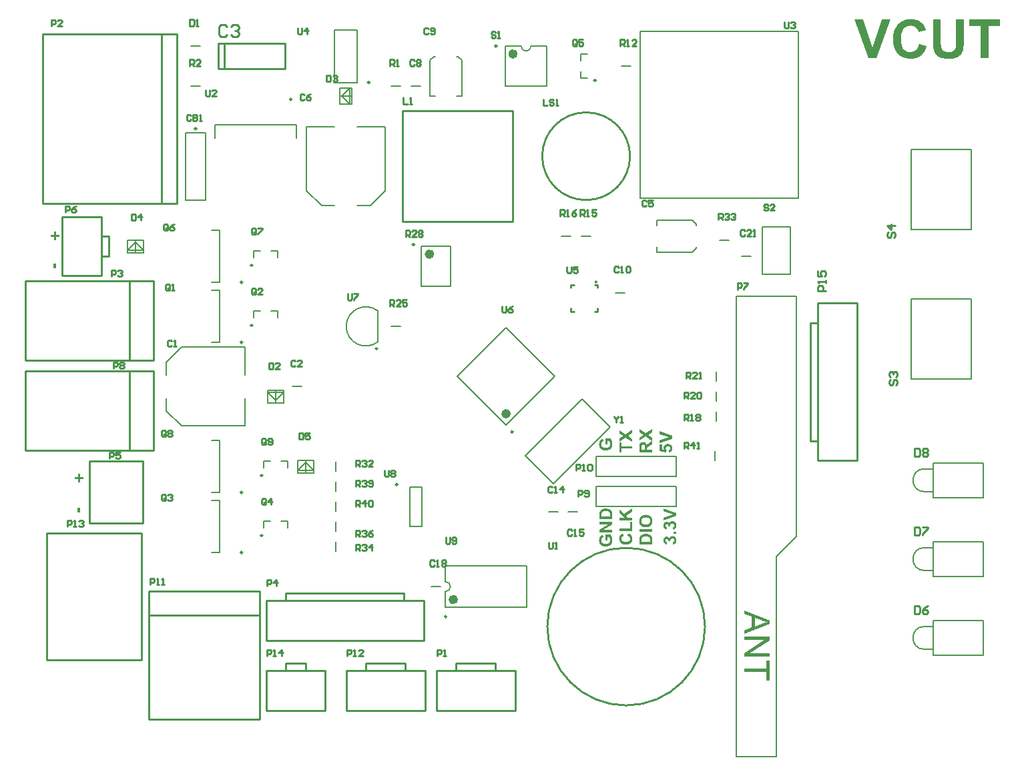
<source format=gto>
%FSLAX25Y25*%
%MOIN*%
G70*
G01*
G75*
%ADD10R,0.07874X0.03937*%
%ADD11R,0.04724X0.05512*%
G04:AMPARAMS|DCode=12|XSize=9.84mil|YSize=61.02mil|CornerRadius=0mil|HoleSize=0mil|Usage=FLASHONLY|Rotation=225.000|XOffset=0mil|YOffset=0mil|HoleType=Round|Shape=Round|*
%AMOVALD12*
21,1,0.05118,0.00984,0.00000,0.00000,315.0*
1,1,0.00984,-0.01810,0.01810*
1,1,0.00984,0.01810,-0.01810*
%
%ADD12OVALD12*%

G04:AMPARAMS|DCode=13|XSize=9.84mil|YSize=61.02mil|CornerRadius=0mil|HoleSize=0mil|Usage=FLASHONLY|Rotation=135.000|XOffset=0mil|YOffset=0mil|HoleType=Round|Shape=Round|*
%AMOVALD13*
21,1,0.05118,0.00984,0.00000,0.00000,225.0*
1,1,0.00984,0.01810,0.01810*
1,1,0.00984,-0.01810,-0.01810*
%
%ADD13OVALD13*%

%ADD14R,0.09449X0.03937*%
%ADD15R,0.09449X0.12992*%
%ADD16R,0.07087X0.03543*%
%ADD17R,0.23228X0.21654*%
%ADD18R,0.06693X0.06693*%
%ADD19R,0.20276X0.09252*%
%ADD20R,0.07992X0.08976*%
G04:AMPARAMS|DCode=21|XSize=11.81mil|YSize=59.06mil|CornerRadius=2.95mil|HoleSize=0mil|Usage=FLASHONLY|Rotation=0.000|XOffset=0mil|YOffset=0mil|HoleType=Round|Shape=RoundedRectangle|*
%AMROUNDEDRECTD21*
21,1,0.01181,0.05315,0,0,0.0*
21,1,0.00591,0.05906,0,0,0.0*
1,1,0.00591,0.00295,-0.02658*
1,1,0.00591,-0.00295,-0.02658*
1,1,0.00591,-0.00295,0.02658*
1,1,0.00591,0.00295,0.02658*
%
%ADD21ROUNDEDRECTD21*%
G04:AMPARAMS|DCode=22|XSize=11.81mil|YSize=59.06mil|CornerRadius=2.95mil|HoleSize=0mil|Usage=FLASHONLY|Rotation=90.000|XOffset=0mil|YOffset=0mil|HoleType=Round|Shape=RoundedRectangle|*
%AMROUNDEDRECTD22*
21,1,0.01181,0.05315,0,0,90.0*
21,1,0.00591,0.05906,0,0,90.0*
1,1,0.00591,0.02658,0.00295*
1,1,0.00591,0.02658,-0.00295*
1,1,0.00591,-0.02658,-0.00295*
1,1,0.00591,-0.02658,0.00295*
%
%ADD22ROUNDEDRECTD22*%
%ADD23R,0.03937X0.11417*%
%ADD24R,0.40945X0.31496*%
%ADD25R,0.05512X0.04724*%
%ADD26O,0.09843X0.02756*%
%ADD27O,0.08858X0.02362*%
%ADD28R,0.02362X0.04528*%
%ADD29R,0.08465X0.11221*%
%ADD30R,0.04528X0.02362*%
%ADD31R,0.06693X0.06693*%
%ADD32R,0.09252X0.20276*%
%ADD33R,0.11221X0.08465*%
%ADD34R,0.19685X0.31496*%
%ADD35C,0.02000*%
%ADD36C,0.02500*%
%ADD37C,0.01000*%
%ADD38C,0.01500*%
%ADD39C,0.10000*%
%ADD40C,0.05000*%
%ADD41C,0.06299*%
%ADD42C,0.05906*%
%ADD43C,0.06000*%
%ADD44C,0.10000*%
%ADD45C,0.06693*%
%ADD46C,0.09000*%
%ADD47C,0.11000*%
%ADD48C,0.15748*%
%ADD49C,0.11811*%
%ADD50R,0.05906X0.05906*%
%ADD51C,0.07874*%
%ADD52R,0.05906X0.05906*%
%ADD53O,0.07874X0.03937*%
%ADD54O,0.07874X0.03937*%
%ADD55R,0.07874X0.07874*%
%ADD56R,0.07284X0.07284*%
%ADD57C,0.07284*%
%ADD58C,0.00100*%
%ADD59C,0.05000*%
%ADD60C,0.01800*%
%ADD61C,0.02000*%
%ADD62C,0.08000*%
%ADD63C,0.03800*%
%ADD64C,0.03500*%
%ADD65C,0.04000*%
%ADD66C,0.12000*%
%ADD67C,0.00500*%
%ADD68C,0.00984*%
%ADD69C,0.02362*%
%ADD70C,0.00787*%
%ADD71C,0.00800*%
G36*
X300062Y91351D02*
X300140D01*
X300232Y91343D01*
X300332Y91335D01*
X300540Y91312D01*
X300772Y91274D01*
X301003Y91227D01*
X301227Y91158D01*
X301234D01*
X301257Y91150D01*
X301296Y91135D01*
X301342Y91112D01*
X301404Y91089D01*
X301466Y91058D01*
X301543Y91027D01*
X301628Y90981D01*
X301805Y90888D01*
X301998Y90765D01*
X302183Y90634D01*
X302360Y90472D01*
X302376Y90456D01*
X302414Y90410D01*
X302476Y90341D01*
X302545Y90233D01*
X302630Y90109D01*
X302715Y89955D01*
X302792Y89770D01*
X302869Y89570D01*
Y89562D01*
X302877Y89547D01*
X302884Y89524D01*
X302892Y89493D01*
X302900Y89446D01*
X302907Y89392D01*
X302923Y89331D01*
X302931Y89261D01*
X302946Y89184D01*
X302961Y89099D01*
X302969Y89007D01*
X302977Y88907D01*
X302992Y88675D01*
X303000Y88421D01*
Y86000D01*
X296593D01*
Y88352D01*
Y88359D01*
Y88390D01*
Y88429D01*
Y88483D01*
Y88552D01*
X296601Y88629D01*
Y88714D01*
X296608Y88806D01*
X296624Y88999D01*
X296647Y89207D01*
X296678Y89400D01*
X296693Y89485D01*
X296716Y89570D01*
Y89577D01*
X296724Y89593D01*
X296732Y89624D01*
X296747Y89662D01*
X296770Y89716D01*
X296793Y89770D01*
X296855Y89901D01*
X296932Y90056D01*
X297040Y90217D01*
X297164Y90379D01*
X297310Y90534D01*
X297318Y90541D01*
X297325Y90549D01*
X297356Y90572D01*
X297387Y90603D01*
X297426Y90634D01*
X297480Y90672D01*
X297534Y90711D01*
X297595Y90757D01*
X297749Y90857D01*
X297927Y90957D01*
X298127Y91058D01*
X298351Y91143D01*
X298359D01*
X298382Y91150D01*
X298413Y91166D01*
X298459Y91173D01*
X298520Y91197D01*
X298590Y91212D01*
X298675Y91227D01*
X298767Y91250D01*
X298875Y91274D01*
X298991Y91289D01*
X299114Y91312D01*
X299245Y91328D01*
X299384Y91335D01*
X299538Y91351D01*
X299692Y91359D01*
X299993D01*
X300062Y91351D01*
D02*
G37*
G36*
X303000Y92415D02*
X296593D01*
Y93710D01*
X303000D01*
Y92415D01*
D02*
G37*
G36*
X293000Y92723D02*
X286647D01*
Y94018D01*
X291921D01*
Y97233D01*
X293000D01*
Y92723D01*
D02*
G37*
G36*
Y102268D02*
X290001Y100503D01*
X291065Y99469D01*
X293000D01*
Y98174D01*
X286593D01*
Y99469D01*
X289438D01*
X286593Y102083D01*
Y103818D01*
X289091Y101397D01*
X293000Y103941D01*
Y102268D01*
D02*
G37*
G36*
X315000Y91274D02*
X313774D01*
Y92500D01*
X315000D01*
Y91274D01*
D02*
G37*
G36*
X313227Y97696D02*
X313304Y97688D01*
X313389Y97673D01*
X313481Y97650D01*
X313581Y97627D01*
X313689Y97596D01*
X313805Y97557D01*
X313928Y97503D01*
X314044Y97442D01*
X314167Y97372D01*
X314291Y97287D01*
X314406Y97195D01*
X314522Y97087D01*
X314530Y97079D01*
X314545Y97056D01*
X314576Y97025D01*
X314615Y96979D01*
X314661Y96917D01*
X314707Y96840D01*
X314761Y96763D01*
X314815Y96663D01*
X314869Y96555D01*
X314923Y96439D01*
X314969Y96316D01*
X315015Y96177D01*
X315054Y96038D01*
X315085Y95884D01*
X315100Y95722D01*
X315108Y95553D01*
Y95545D01*
Y95514D01*
Y95468D01*
X315100Y95406D01*
X315092Y95337D01*
X315085Y95252D01*
X315069Y95152D01*
X315046Y95051D01*
X314985Y94820D01*
X314946Y94705D01*
X314900Y94581D01*
X314846Y94458D01*
X314776Y94342D01*
X314699Y94219D01*
X314615Y94111D01*
X314607Y94103D01*
X314591Y94088D01*
X314561Y94057D01*
X314522Y94018D01*
X314476Y93980D01*
X314414Y93926D01*
X314345Y93872D01*
X314260Y93818D01*
X314175Y93756D01*
X314075Y93702D01*
X313967Y93648D01*
X313851Y93594D01*
X313728Y93548D01*
X313589Y93510D01*
X313450Y93479D01*
X313304Y93456D01*
X313157Y94643D01*
X313180D01*
X313204Y94651D01*
X313234Y94658D01*
X313312Y94674D01*
X313412Y94705D01*
X313527Y94743D01*
X313643Y94789D01*
X313751Y94859D01*
X313851Y94944D01*
X313859Y94951D01*
X313890Y94990D01*
X313928Y95044D01*
X313967Y95113D01*
X314013Y95198D01*
X314052Y95298D01*
X314083Y95414D01*
X314090Y95545D01*
Y95553D01*
Y95560D01*
X314083Y95607D01*
X314075Y95676D01*
X314052Y95769D01*
X314021Y95869D01*
X313967Y95977D01*
X313897Y96085D01*
X313805Y96185D01*
X313790Y96193D01*
X313751Y96223D01*
X313689Y96270D01*
X313604Y96316D01*
X313489Y96362D01*
X313358Y96408D01*
X313204Y96439D01*
X313034Y96447D01*
X312957D01*
X312872Y96432D01*
X312772Y96416D01*
X312649Y96385D01*
X312533Y96339D01*
X312409Y96277D01*
X312301Y96193D01*
X312286Y96185D01*
X312255Y96146D01*
X312217Y96092D01*
X312163Y96023D01*
X312109Y95938D01*
X312070Y95838D01*
X312039Y95722D01*
X312024Y95591D01*
Y95583D01*
Y95553D01*
X312032Y95499D01*
Y95437D01*
X312047Y95352D01*
X312063Y95260D01*
X312086Y95152D01*
X312117Y95036D01*
X311122Y95167D01*
Y95175D01*
Y95190D01*
Y95214D01*
Y95252D01*
X311114Y95337D01*
X311099Y95445D01*
X311076Y95568D01*
X311037Y95692D01*
X310983Y95815D01*
X310914Y95923D01*
X310906Y95930D01*
X310867Y95961D01*
X310821Y96008D01*
X310752Y96054D01*
X310659Y96100D01*
X310559Y96146D01*
X310436Y96177D01*
X310297Y96185D01*
X310243D01*
X310181Y96177D01*
X310112Y96162D01*
X310027Y96139D01*
X309942Y96100D01*
X309857Y96054D01*
X309780Y95992D01*
X309773Y95985D01*
X309750Y95954D01*
X309719Y95915D01*
X309680Y95853D01*
X309649Y95784D01*
X309618Y95699D01*
X309595Y95599D01*
X309588Y95483D01*
Y95468D01*
Y95429D01*
X309595Y95375D01*
X309618Y95298D01*
X309642Y95214D01*
X309680Y95121D01*
X309734Y95028D01*
X309811Y94944D01*
X309819Y94936D01*
X309850Y94913D01*
X309904Y94874D01*
X309973Y94828D01*
X310058Y94782D01*
X310166Y94743D01*
X310297Y94705D01*
X310443Y94682D01*
X310258Y93548D01*
X310251D01*
X310235Y93556D01*
X310204Y93563D01*
X310158Y93571D01*
X310112Y93579D01*
X310058Y93594D01*
X309919Y93633D01*
X309773Y93687D01*
X309618Y93741D01*
X309464Y93810D01*
X309325Y93895D01*
X309318D01*
X309310Y93903D01*
X309264Y93941D01*
X309202Y93995D01*
X309125Y94065D01*
X309033Y94165D01*
X308940Y94273D01*
X308855Y94412D01*
X308770Y94558D01*
Y94566D01*
X308763Y94581D01*
X308755Y94604D01*
X308739Y94635D01*
X308724Y94674D01*
X308709Y94720D01*
X308670Y94843D01*
X308631Y94982D01*
X308601Y95144D01*
X308578Y95321D01*
X308570Y95514D01*
Y95522D01*
Y95553D01*
Y95599D01*
X308578Y95661D01*
X308585Y95738D01*
X308601Y95830D01*
X308616Y95930D01*
X308639Y96031D01*
X308670Y96146D01*
X308709Y96262D01*
X308755Y96385D01*
X308817Y96509D01*
X308878Y96624D01*
X308955Y96748D01*
X309048Y96856D01*
X309148Y96964D01*
X309156Y96971D01*
X309171Y96987D01*
X309194Y97002D01*
X309233Y97033D01*
X309279Y97072D01*
X309333Y97110D01*
X309395Y97149D01*
X309464Y97195D01*
X309618Y97272D01*
X309804Y97349D01*
X309904Y97380D01*
X310004Y97395D01*
X310112Y97411D01*
X310220Y97418D01*
X310258D01*
X310305Y97411D01*
X310359Y97403D01*
X310428Y97388D01*
X310513Y97372D01*
X310605Y97341D01*
X310705Y97303D01*
X310813Y97257D01*
X310921Y97195D01*
X311037Y97118D01*
X311145Y97025D01*
X311261Y96925D01*
X311369Y96802D01*
X311469Y96655D01*
X311569Y96493D01*
Y96501D01*
X311577Y96516D01*
X311584Y96547D01*
X311592Y96586D01*
X311608Y96632D01*
X311631Y96686D01*
X311677Y96809D01*
X311746Y96948D01*
X311839Y97095D01*
X311955Y97241D01*
X312093Y97372D01*
X312101Y97380D01*
X312109Y97388D01*
X312132Y97403D01*
X312163Y97426D01*
X312209Y97449D01*
X312255Y97480D01*
X312371Y97542D01*
X312517Y97596D01*
X312687Y97650D01*
X312880Y97688D01*
X312980Y97704D01*
X313173D01*
X313227Y97696D01*
D02*
G37*
G36*
X299955Y100880D02*
X300062Y100873D01*
X300194Y100865D01*
X300348Y100842D01*
X300510Y100819D01*
X300695Y100780D01*
X300887Y100734D01*
X301080Y100680D01*
X301281Y100610D01*
X301489Y100533D01*
X301689Y100433D01*
X301882Y100318D01*
X302067Y100186D01*
X302237Y100040D01*
X302244Y100032D01*
X302275Y100001D01*
X302314Y99955D01*
X302376Y99886D01*
X302437Y99801D01*
X302514Y99701D01*
X302591Y99577D01*
X302668Y99446D01*
X302753Y99292D01*
X302830Y99122D01*
X302907Y98937D01*
X302969Y98737D01*
X303031Y98521D01*
X303069Y98290D01*
X303100Y98043D01*
X303108Y97789D01*
Y97781D01*
Y97773D01*
Y97727D01*
X303100Y97650D01*
X303093Y97550D01*
X303085Y97434D01*
X303062Y97287D01*
X303039Y97133D01*
X303000Y96964D01*
X302954Y96786D01*
X302892Y96601D01*
X302823Y96416D01*
X302738Y96223D01*
X302638Y96038D01*
X302522Y95853D01*
X302391Y95676D01*
X302237Y95514D01*
X302229Y95506D01*
X302198Y95476D01*
X302144Y95437D01*
X302075Y95383D01*
X301990Y95321D01*
X301882Y95252D01*
X301751Y95175D01*
X301612Y95098D01*
X301450Y95013D01*
X301265Y94944D01*
X301073Y94867D01*
X300857Y94805D01*
X300625Y94751D01*
X300379Y94712D01*
X300116Y94682D01*
X299839Y94674D01*
X299746D01*
X299677Y94682D01*
X299592D01*
X299492Y94689D01*
X299384Y94697D01*
X299268Y94712D01*
X299137Y94728D01*
X299006Y94743D01*
X298736Y94797D01*
X298459Y94867D01*
X298197Y94959D01*
X298189D01*
X298173Y94967D01*
X298150Y94982D01*
X298112Y94998D01*
X298073Y95021D01*
X298019Y95051D01*
X297904Y95121D01*
X297773Y95206D01*
X297626Y95306D01*
X297472Y95429D01*
X297325Y95560D01*
X297318Y95568D01*
X297310Y95576D01*
X297287Y95599D01*
X297264Y95630D01*
X297194Y95707D01*
X297102Y95807D01*
X297009Y95930D01*
X296909Y96069D01*
X296817Y96223D01*
X296740Y96385D01*
Y96393D01*
X296732Y96416D01*
X296716Y96447D01*
X296701Y96493D01*
X296678Y96547D01*
X296662Y96617D01*
X296639Y96694D01*
X296608Y96786D01*
X296585Y96879D01*
X296562Y96987D01*
X296547Y97102D01*
X296524Y97218D01*
X296493Y97480D01*
X296485Y97765D01*
Y97773D01*
Y97781D01*
Y97827D01*
X296493Y97904D01*
X296500Y98005D01*
X296508Y98120D01*
X296531Y98259D01*
X296562Y98413D01*
X296593Y98583D01*
X296639Y98760D01*
X296701Y98945D01*
X296770Y99130D01*
X296855Y99323D01*
X296955Y99508D01*
X297071Y99693D01*
X297210Y99870D01*
X297364Y100032D01*
X297372Y100040D01*
X297403Y100071D01*
X297457Y100109D01*
X297526Y100163D01*
X297618Y100233D01*
X297726Y100302D01*
X297850Y100379D01*
X297996Y100464D01*
X298166Y100541D01*
X298343Y100618D01*
X298544Y100688D01*
X298767Y100757D01*
X298998Y100811D01*
X299253Y100849D01*
X299523Y100880D01*
X299808Y100888D01*
X299877D01*
X299955Y100880D01*
D02*
G37*
G36*
X313227Y90241D02*
X313304Y90233D01*
X313389Y90217D01*
X313481Y90194D01*
X313581Y90171D01*
X313689Y90140D01*
X313805Y90102D01*
X313928Y90048D01*
X314044Y89986D01*
X314167Y89917D01*
X314291Y89832D01*
X314406Y89739D01*
X314522Y89631D01*
X314530Y89624D01*
X314545Y89601D01*
X314576Y89570D01*
X314615Y89524D01*
X314661Y89462D01*
X314707Y89385D01*
X314761Y89308D01*
X314815Y89207D01*
X314869Y89099D01*
X314923Y88984D01*
X314969Y88860D01*
X315015Y88722D01*
X315054Y88583D01*
X315085Y88429D01*
X315100Y88267D01*
X315108Y88097D01*
Y88089D01*
Y88059D01*
Y88012D01*
X315100Y87951D01*
X315092Y87881D01*
X315085Y87796D01*
X315069Y87696D01*
X315046Y87596D01*
X314985Y87365D01*
X314946Y87249D01*
X314900Y87126D01*
X314846Y87002D01*
X314776Y86887D01*
X314699Y86763D01*
X314615Y86655D01*
X314607Y86648D01*
X314591Y86632D01*
X314561Y86601D01*
X314522Y86563D01*
X314476Y86524D01*
X314414Y86470D01*
X314345Y86416D01*
X314260Y86362D01*
X314175Y86301D01*
X314075Y86247D01*
X313967Y86193D01*
X313851Y86139D01*
X313728Y86093D01*
X313589Y86054D01*
X313450Y86023D01*
X313304Y86000D01*
X313157Y87187D01*
X313180D01*
X313204Y87195D01*
X313234Y87203D01*
X313312Y87218D01*
X313412Y87249D01*
X313527Y87288D01*
X313643Y87334D01*
X313751Y87403D01*
X313851Y87488D01*
X313859Y87496D01*
X313890Y87534D01*
X313928Y87588D01*
X313967Y87658D01*
X314013Y87743D01*
X314052Y87843D01*
X314083Y87958D01*
X314090Y88089D01*
Y88097D01*
Y88105D01*
X314083Y88151D01*
X314075Y88221D01*
X314052Y88313D01*
X314021Y88413D01*
X313967Y88521D01*
X313897Y88629D01*
X313805Y88729D01*
X313790Y88737D01*
X313751Y88768D01*
X313689Y88814D01*
X313604Y88860D01*
X313489Y88907D01*
X313358Y88953D01*
X313204Y88984D01*
X313034Y88991D01*
X312957D01*
X312872Y88976D01*
X312772Y88961D01*
X312649Y88930D01*
X312533Y88884D01*
X312409Y88822D01*
X312301Y88737D01*
X312286Y88729D01*
X312255Y88691D01*
X312217Y88637D01*
X312163Y88567D01*
X312109Y88483D01*
X312070Y88382D01*
X312039Y88267D01*
X312024Y88136D01*
Y88128D01*
Y88097D01*
X312032Y88043D01*
Y87981D01*
X312047Y87897D01*
X312063Y87804D01*
X312086Y87696D01*
X312117Y87581D01*
X311122Y87712D01*
Y87719D01*
Y87735D01*
Y87758D01*
Y87796D01*
X311114Y87881D01*
X311099Y87989D01*
X311076Y88112D01*
X311037Y88236D01*
X310983Y88359D01*
X310914Y88467D01*
X310906Y88475D01*
X310867Y88506D01*
X310821Y88552D01*
X310752Y88598D01*
X310659Y88644D01*
X310559Y88691D01*
X310436Y88722D01*
X310297Y88729D01*
X310243D01*
X310181Y88722D01*
X310112Y88706D01*
X310027Y88683D01*
X309942Y88644D01*
X309857Y88598D01*
X309780Y88537D01*
X309773Y88529D01*
X309750Y88498D01*
X309719Y88459D01*
X309680Y88398D01*
X309649Y88328D01*
X309618Y88244D01*
X309595Y88143D01*
X309588Y88028D01*
Y88012D01*
Y87974D01*
X309595Y87920D01*
X309618Y87843D01*
X309642Y87758D01*
X309680Y87665D01*
X309734Y87573D01*
X309811Y87488D01*
X309819Y87480D01*
X309850Y87457D01*
X309904Y87419D01*
X309973Y87372D01*
X310058Y87326D01*
X310166Y87288D01*
X310297Y87249D01*
X310443Y87226D01*
X310258Y86093D01*
X310251D01*
X310235Y86100D01*
X310204Y86108D01*
X310158Y86116D01*
X310112Y86123D01*
X310058Y86139D01*
X309919Y86177D01*
X309773Y86231D01*
X309618Y86285D01*
X309464Y86355D01*
X309325Y86440D01*
X309318D01*
X309310Y86447D01*
X309264Y86486D01*
X309202Y86540D01*
X309125Y86609D01*
X309033Y86709D01*
X308940Y86817D01*
X308855Y86956D01*
X308770Y87103D01*
Y87110D01*
X308763Y87126D01*
X308755Y87149D01*
X308739Y87180D01*
X308724Y87218D01*
X308709Y87264D01*
X308670Y87388D01*
X308631Y87527D01*
X308601Y87688D01*
X308578Y87866D01*
X308570Y88059D01*
Y88066D01*
Y88097D01*
Y88143D01*
X308578Y88205D01*
X308585Y88282D01*
X308601Y88375D01*
X308616Y88475D01*
X308639Y88575D01*
X308670Y88691D01*
X308709Y88806D01*
X308755Y88930D01*
X308817Y89053D01*
X308878Y89169D01*
X308955Y89292D01*
X309048Y89400D01*
X309148Y89508D01*
X309156Y89516D01*
X309171Y89531D01*
X309194Y89547D01*
X309233Y89577D01*
X309279Y89616D01*
X309333Y89654D01*
X309395Y89693D01*
X309464Y89739D01*
X309618Y89816D01*
X309804Y89894D01*
X309904Y89924D01*
X310004Y89940D01*
X310112Y89955D01*
X310220Y89963D01*
X310258D01*
X310305Y89955D01*
X310359Y89947D01*
X310428Y89932D01*
X310513Y89917D01*
X310605Y89886D01*
X310705Y89847D01*
X310813Y89801D01*
X310921Y89739D01*
X311037Y89662D01*
X311145Y89570D01*
X311261Y89469D01*
X311369Y89346D01*
X311469Y89200D01*
X311569Y89038D01*
Y89046D01*
X311577Y89061D01*
X311584Y89092D01*
X311592Y89130D01*
X311608Y89176D01*
X311631Y89231D01*
X311677Y89354D01*
X311746Y89493D01*
X311839Y89639D01*
X311955Y89786D01*
X312093Y89917D01*
X312101Y89924D01*
X312109Y89932D01*
X312132Y89947D01*
X312163Y89971D01*
X312209Y89994D01*
X312255Y90025D01*
X312371Y90086D01*
X312517Y90140D01*
X312687Y90194D01*
X312880Y90233D01*
X312980Y90248D01*
X313173D01*
X313227Y90241D01*
D02*
G37*
G36*
X361615Y48188D02*
Y46366D01*
X349000Y41220D01*
Y43118D01*
X352810Y44575D01*
Y49873D01*
X349000Y51239D01*
Y53000D01*
X361615Y48188D01*
D02*
G37*
G36*
X5417Y240799D02*
X7075D01*
Y239681D01*
X5417D01*
Y238000D01*
X4268D01*
Y239681D01*
X2611D01*
Y240799D01*
X4268D01*
Y242479D01*
X5417D01*
Y240799D01*
D02*
G37*
G36*
X361615Y18116D02*
X360127D01*
Y22276D01*
X349000D01*
Y23945D01*
X360127D01*
Y28105D01*
X361615D01*
Y18116D01*
D02*
G37*
G36*
Y38199D02*
X351702Y31551D01*
X361615D01*
Y29957D01*
X349000D01*
Y31672D01*
X358897Y38306D01*
X349000D01*
Y39900D01*
X361615D01*
Y38199D01*
D02*
G37*
G36*
X17417Y119799D02*
X19075D01*
Y118681D01*
X17417D01*
Y117000D01*
X16268D01*
Y118681D01*
X14611D01*
Y119799D01*
X16268D01*
Y121479D01*
X17417D01*
Y119799D01*
D02*
G37*
G36*
X291073Y91567D02*
X291126Y91551D01*
X291196Y91528D01*
X291288Y91497D01*
X291389Y91451D01*
X291496Y91405D01*
X291620Y91351D01*
X291743Y91289D01*
X291874Y91220D01*
X292005Y91143D01*
X292137Y91050D01*
X292260Y90957D01*
X292383Y90850D01*
X292499Y90742D01*
X292599Y90618D01*
X292607Y90611D01*
X292622Y90588D01*
X292645Y90549D01*
X292676Y90495D01*
X292715Y90433D01*
X292761Y90348D01*
X292807Y90256D01*
X292853Y90156D01*
X292900Y90040D01*
X292946Y89909D01*
X292992Y89770D01*
X293031Y89616D01*
X293062Y89454D01*
X293085Y89284D01*
X293100Y89107D01*
X293108Y88914D01*
Y88899D01*
Y88860D01*
X293100Y88791D01*
X293092Y88706D01*
X293085Y88591D01*
X293062Y88467D01*
X293039Y88328D01*
X293000Y88174D01*
X292954Y88012D01*
X292892Y87843D01*
X292823Y87673D01*
X292738Y87496D01*
X292638Y87318D01*
X292522Y87141D01*
X292391Y86979D01*
X292237Y86817D01*
X292229Y86810D01*
X292198Y86779D01*
X292144Y86740D01*
X292075Y86686D01*
X291990Y86624D01*
X291882Y86555D01*
X291759Y86486D01*
X291612Y86409D01*
X291450Y86331D01*
X291273Y86262D01*
X291073Y86193D01*
X290864Y86131D01*
X290633Y86077D01*
X290394Y86039D01*
X290132Y86008D01*
X289854Y86000D01*
X289785D01*
X289700Y86008D01*
X289592Y86015D01*
X289453Y86023D01*
X289299Y86046D01*
X289130Y86069D01*
X288945Y86100D01*
X288752Y86146D01*
X288544Y86200D01*
X288343Y86270D01*
X288135Y86347D01*
X287927Y86440D01*
X287734Y86555D01*
X287549Y86678D01*
X287372Y86825D01*
X287364Y86833D01*
X287333Y86863D01*
X287287Y86910D01*
X287233Y86971D01*
X287163Y87056D01*
X287094Y87156D01*
X287009Y87272D01*
X286925Y87403D01*
X286847Y87557D01*
X286763Y87719D01*
X286693Y87897D01*
X286624Y88089D01*
X286570Y88298D01*
X286524Y88521D01*
X286493Y88753D01*
X286485Y88999D01*
Y89015D01*
Y89053D01*
X286493Y89115D01*
Y89192D01*
X286508Y89292D01*
X286524Y89408D01*
X286547Y89539D01*
X286570Y89678D01*
X286608Y89824D01*
X286655Y89978D01*
X286709Y90140D01*
X286778Y90294D01*
X286855Y90456D01*
X286948Y90611D01*
X287056Y90765D01*
X287179Y90904D01*
X287187Y90911D01*
X287194Y90927D01*
X287225Y90942D01*
X287256Y90973D01*
X287295Y91012D01*
X287349Y91058D01*
X287410Y91104D01*
X287480Y91150D01*
X287557Y91204D01*
X287642Y91258D01*
X287742Y91312D01*
X287842Y91366D01*
X287958Y91420D01*
X288081Y91474D01*
X288212Y91520D01*
X288351Y91567D01*
X288659Y90287D01*
X288652D01*
X288636Y90279D01*
X288613Y90271D01*
X288575Y90264D01*
X288490Y90233D01*
X288374Y90187D01*
X288251Y90117D01*
X288120Y90040D01*
X287996Y89932D01*
X287881Y89809D01*
Y89801D01*
X287865Y89793D01*
X287850Y89770D01*
X287834Y89747D01*
X287788Y89670D01*
X287734Y89562D01*
X287680Y89439D01*
X287634Y89284D01*
X287603Y89115D01*
X287588Y88930D01*
Y88922D01*
Y88899D01*
Y88860D01*
X287595Y88814D01*
X287603Y88753D01*
X287618Y88683D01*
X287634Y88606D01*
X287649Y88521D01*
X287711Y88336D01*
X287757Y88244D01*
X287804Y88143D01*
X287865Y88043D01*
X287934Y87951D01*
X288012Y87858D01*
X288104Y87773D01*
X288112Y87766D01*
X288127Y87758D01*
X288158Y87735D01*
X288204Y87704D01*
X288258Y87673D01*
X288328Y87634D01*
X288405Y87596D01*
X288505Y87557D01*
X288613Y87511D01*
X288729Y87473D01*
X288867Y87434D01*
X289022Y87403D01*
X289184Y87372D01*
X289361Y87349D01*
X289554Y87341D01*
X289762Y87334D01*
X289877D01*
X289962Y87341D01*
X290062Y87349D01*
X290170Y87357D01*
X290301Y87372D01*
X290433Y87388D01*
X290718Y87442D01*
X291011Y87519D01*
X291142Y87565D01*
X291273Y87627D01*
X291389Y87688D01*
X291496Y87766D01*
X291504Y87773D01*
X291520Y87789D01*
X291543Y87812D01*
X291574Y87843D01*
X291612Y87889D01*
X291658Y87943D01*
X291705Y88005D01*
X291751Y88074D01*
X291797Y88151D01*
X291844Y88236D01*
X291928Y88429D01*
X291959Y88537D01*
X291982Y88652D01*
X291998Y88776D01*
X292005Y88899D01*
Y88907D01*
Y88922D01*
Y88953D01*
X291998Y88984D01*
Y89030D01*
X291990Y89084D01*
X291967Y89207D01*
X291928Y89346D01*
X291867Y89493D01*
X291790Y89639D01*
X291682Y89786D01*
X291674Y89793D01*
X291666Y89801D01*
X291643Y89824D01*
X291620Y89847D01*
X291581Y89878D01*
X291543Y89917D01*
X291489Y89955D01*
X291427Y89994D01*
X291358Y90040D01*
X291281Y90086D01*
X291196Y90125D01*
X291103Y90171D01*
X291003Y90217D01*
X290887Y90256D01*
X290772Y90294D01*
X290641Y90325D01*
X291026Y91582D01*
X291042D01*
X291073Y91567D01*
D02*
G37*
G36*
X5296Y224000D02*
X4070D01*
Y226406D01*
X5296D01*
Y224000D01*
D02*
G37*
G36*
X17296Y102000D02*
X16070D01*
Y104405D01*
X17296D01*
Y102000D01*
D02*
G37*
G36*
X315000Y101775D02*
Y100379D01*
X308593Y98089D01*
Y99485D01*
X313335Y101112D01*
X308593Y102677D01*
Y104057D01*
X315000Y101775D01*
D02*
G37*
G36*
X287672Y135192D02*
X293000D01*
Y133897D01*
X287672D01*
Y132000D01*
X286593D01*
Y137081D01*
X287672D01*
Y135192D01*
D02*
G37*
G36*
X293000Y141661D02*
X290833Y140242D01*
X293000Y138823D01*
Y137266D01*
X289669Y139479D01*
X286593Y137474D01*
Y138985D01*
X288513Y140250D01*
X286593Y141514D01*
Y143025D01*
X289662Y141013D01*
X293000Y143218D01*
Y141661D01*
D02*
G37*
G36*
X303000Y136202D02*
X301605Y135277D01*
X301597Y135269D01*
X301574Y135254D01*
X301535Y135231D01*
X301489Y135200D01*
X301427Y135153D01*
X301358Y135107D01*
X301211Y135007D01*
X301049Y134891D01*
X300895Y134776D01*
X300826Y134722D01*
X300764Y134675D01*
X300710Y134629D01*
X300672Y134591D01*
X300664Y134583D01*
X300641Y134560D01*
X300602Y134521D01*
X300564Y134475D01*
X300517Y134421D01*
X300471Y134352D01*
X300433Y134282D01*
X300402Y134205D01*
Y134197D01*
X300386Y134167D01*
X300379Y134113D01*
X300363Y134043D01*
X300348Y133958D01*
X300340Y133843D01*
X300325Y133712D01*
Y133557D01*
Y133295D01*
X303000D01*
Y132000D01*
X296593D01*
Y134714D01*
Y134729D01*
Y134760D01*
Y134814D01*
Y134883D01*
X296601Y134968D01*
Y135061D01*
X296608Y135169D01*
X296616Y135284D01*
X296639Y135531D01*
X296670Y135778D01*
X296686Y135894D01*
X296709Y136009D01*
X296740Y136109D01*
X296770Y136202D01*
Y136210D01*
X296778Y136225D01*
X296786Y136248D01*
X296801Y136279D01*
X296847Y136364D01*
X296909Y136472D01*
X296994Y136595D01*
X297102Y136718D01*
X297233Y136842D01*
X297387Y136950D01*
X297395D01*
X297410Y136965D01*
X297433Y136973D01*
X297464Y136996D01*
X297503Y137019D01*
X297557Y137042D01*
X297680Y137096D01*
X297827Y137143D01*
X297996Y137189D01*
X298181Y137220D01*
X298389Y137235D01*
X298459D01*
X298513Y137227D01*
X298574Y137220D01*
X298644Y137212D01*
X298721Y137197D01*
X298814Y137181D01*
X298998Y137135D01*
X299199Y137058D01*
X299299Y137012D01*
X299399Y136950D01*
X299492Y136888D01*
X299585Y136811D01*
X299592Y136803D01*
X299608Y136788D01*
X299631Y136765D01*
X299662Y136734D01*
X299700Y136688D01*
X299739Y136634D01*
X299785Y136572D01*
X299831Y136495D01*
X299885Y136410D01*
X299939Y136318D01*
X299985Y136210D01*
X300032Y136102D01*
X300078Y135978D01*
X300116Y135840D01*
X300147Y135701D01*
X300178Y135547D01*
Y135554D01*
X300186Y135562D01*
X300201Y135585D01*
X300217Y135616D01*
X300271Y135693D01*
X300332Y135786D01*
X300409Y135894D01*
X300502Y136009D01*
X300602Y136125D01*
X300710Y136233D01*
X300726Y136248D01*
X300741Y136264D01*
X300764Y136279D01*
X300803Y136310D01*
X300841Y136341D01*
X300895Y136379D01*
X300949Y136425D01*
X301019Y136472D01*
X301096Y136533D01*
X301180Y136587D01*
X301273Y136657D01*
X301373Y136726D01*
X301489Y136803D01*
X301612Y136880D01*
X301751Y136965D01*
X303000Y137752D01*
Y136202D01*
D02*
G37*
G36*
Y142200D02*
X300834Y140782D01*
X303000Y139363D01*
Y137806D01*
X299669Y140018D01*
X296593Y138014D01*
Y139525D01*
X298513Y140789D01*
X296593Y142054D01*
Y143565D01*
X299662Y141553D01*
X303000Y143758D01*
Y142200D01*
D02*
G37*
G36*
X282129Y138975D02*
X282137Y138968D01*
X282160Y138937D01*
X282190Y138906D01*
X282221Y138867D01*
X282260Y138813D01*
X282306Y138752D01*
X282352Y138682D01*
X282406Y138605D01*
X282460Y138513D01*
X282522Y138420D01*
X282576Y138312D01*
X282638Y138197D01*
X282699Y138073D01*
X282761Y137942D01*
X282815Y137803D01*
Y137796D01*
X282830Y137773D01*
X282838Y137726D01*
X282861Y137672D01*
X282884Y137603D01*
X282908Y137518D01*
X282931Y137425D01*
X282962Y137318D01*
X282992Y137210D01*
X283015Y137086D01*
X283062Y136824D01*
X283092Y136539D01*
X283108Y136246D01*
Y136238D01*
Y136200D01*
Y136146D01*
X283100Y136076D01*
X283092Y135992D01*
X283085Y135883D01*
X283069Y135776D01*
X283054Y135644D01*
X283031Y135513D01*
X283008Y135375D01*
X282931Y135082D01*
X282884Y134927D01*
X282830Y134781D01*
X282761Y134634D01*
X282692Y134488D01*
X282684Y134480D01*
X282668Y134457D01*
X282645Y134419D01*
X282614Y134365D01*
X282568Y134303D01*
X282514Y134234D01*
X282453Y134157D01*
X282383Y134072D01*
X282298Y133979D01*
X282214Y133887D01*
X282113Y133794D01*
X282005Y133702D01*
X281890Y133617D01*
X281766Y133524D01*
X281628Y133447D01*
X281489Y133370D01*
X281481Y133362D01*
X281450Y133355D01*
X281412Y133339D01*
X281350Y133316D01*
X281281Y133285D01*
X281188Y133254D01*
X281088Y133224D01*
X280980Y133185D01*
X280857Y133154D01*
X280726Y133116D01*
X280587Y133085D01*
X280433Y133062D01*
X280117Y133015D01*
X279947Y133008D01*
X279777Y133000D01*
X279677D01*
X279608Y133008D01*
X279523Y133015D01*
X279423Y133023D01*
X279307Y133039D01*
X279176Y133054D01*
X279045Y133077D01*
X278906Y133100D01*
X278605Y133177D01*
X278451Y133224D01*
X278305Y133278D01*
X278150Y133347D01*
X278004Y133416D01*
X277996Y133424D01*
X277973Y133440D01*
X277927Y133463D01*
X277873Y133493D01*
X277811Y133540D01*
X277734Y133594D01*
X277649Y133655D01*
X277564Y133725D01*
X277464Y133809D01*
X277372Y133902D01*
X277272Y134002D01*
X277171Y134110D01*
X277071Y134226D01*
X276978Y134357D01*
X276894Y134496D01*
X276809Y134642D01*
X276801Y134650D01*
X276793Y134673D01*
X276778Y134704D01*
X276755Y134750D01*
X276732Y134812D01*
X276709Y134889D01*
X276678Y134966D01*
X276647Y135066D01*
X276616Y135167D01*
X276585Y135290D01*
X276562Y135413D01*
X276539Y135544D01*
X276516Y135691D01*
X276501Y135845D01*
X276485Y135999D01*
Y136169D01*
Y136184D01*
Y136223D01*
Y136284D01*
X276493Y136369D01*
X276501Y136469D01*
X276508Y136585D01*
X276524Y136708D01*
X276547Y136847D01*
X276578Y136994D01*
X276608Y137148D01*
X276647Y137302D01*
X276693Y137464D01*
X276755Y137611D01*
X276824Y137765D01*
X276901Y137904D01*
X276986Y138035D01*
X276994Y138042D01*
X277009Y138066D01*
X277040Y138096D01*
X277079Y138143D01*
X277133Y138197D01*
X277194Y138258D01*
X277264Y138328D01*
X277349Y138397D01*
X277441Y138466D01*
X277541Y138543D01*
X277657Y138613D01*
X277780Y138682D01*
X277911Y138744D01*
X278058Y138806D01*
X278204Y138860D01*
X278366Y138898D01*
X278605Y137611D01*
X278598D01*
X278582Y137603D01*
X278559Y137595D01*
X278528Y137580D01*
X278443Y137549D01*
X278335Y137495D01*
X278220Y137425D01*
X278096Y137333D01*
X277973Y137225D01*
X277865Y137094D01*
Y137086D01*
X277850Y137079D01*
X277842Y137056D01*
X277819Y137025D01*
X277780Y136948D01*
X277726Y136840D01*
X277672Y136708D01*
X277634Y136547D01*
X277603Y136369D01*
X277588Y136169D01*
Y136161D01*
Y136130D01*
Y136092D01*
X277595Y136030D01*
X277603Y135961D01*
X277618Y135876D01*
X277634Y135783D01*
X277657Y135683D01*
X277680Y135583D01*
X277719Y135475D01*
X277765Y135359D01*
X277811Y135251D01*
X277881Y135136D01*
X277950Y135028D01*
X278035Y134927D01*
X278127Y134827D01*
X278135Y134820D01*
X278150Y134804D01*
X278181Y134781D01*
X278227Y134750D01*
X278281Y134712D01*
X278351Y134673D01*
X278436Y134627D01*
X278528Y134581D01*
X278636Y134534D01*
X278752Y134488D01*
X278883Y134450D01*
X279029Y134411D01*
X279184Y134380D01*
X279353Y134357D01*
X279531Y134342D01*
X279723Y134334D01*
X279831D01*
X279908Y134342D01*
X280009Y134349D01*
X280117Y134357D01*
X280232Y134372D01*
X280363Y134396D01*
X280641Y134457D01*
X280787Y134496D01*
X280926Y134542D01*
X281065Y134604D01*
X281196Y134673D01*
X281319Y134750D01*
X281435Y134835D01*
X281443Y134843D01*
X281458Y134858D01*
X281489Y134889D01*
X281527Y134927D01*
X281566Y134982D01*
X281612Y135043D01*
X281666Y135113D01*
X281720Y135190D01*
X281774Y135282D01*
X281828Y135382D01*
X281874Y135490D01*
X281913Y135606D01*
X281951Y135737D01*
X281982Y135868D01*
X281998Y136015D01*
X282005Y136161D01*
Y136169D01*
Y136177D01*
Y136200D01*
Y136231D01*
X281998Y136315D01*
X281982Y136416D01*
X281967Y136539D01*
X281944Y136678D01*
X281905Y136824D01*
X281851Y136978D01*
Y136986D01*
X281843Y136994D01*
X281836Y137017D01*
X281820Y137048D01*
X281789Y137125D01*
X281743Y137217D01*
X281682Y137333D01*
X281620Y137449D01*
X281543Y137564D01*
X281458Y137680D01*
X280641D01*
Y136200D01*
X279561D01*
Y138983D01*
X282121D01*
X282129Y138975D01*
D02*
G37*
G36*
X415061Y329000D02*
X410873D01*
X404000Y348229D01*
X408188D01*
X413071Y333998D01*
X417768Y348229D01*
X421910D01*
X415061Y329000D01*
D02*
G37*
G36*
X432532Y348530D02*
X432763D01*
X433064Y348484D01*
X433411Y348438D01*
X433804Y348368D01*
X434221Y348299D01*
X434660Y348183D01*
X435123Y348044D01*
X435609Y347882D01*
X436072Y347674D01*
X436558Y347443D01*
X437021Y347165D01*
X437484Y346841D01*
X437900Y346471D01*
X437923Y346448D01*
X437969Y346424D01*
X438016Y346332D01*
X438108Y346239D01*
X438224Y346124D01*
X438363Y345962D01*
X438502Y345777D01*
X438641Y345568D01*
X438803Y345337D01*
X438965Y345082D01*
X439126Y344781D01*
X439289Y344481D01*
X439451Y344134D01*
X439612Y343763D01*
X439751Y343370D01*
X439890Y342953D01*
X436049Y342028D01*
Y342051D01*
X436026Y342097D01*
X436003Y342167D01*
X435980Y342282D01*
X435887Y342537D01*
X435748Y342884D01*
X435540Y343254D01*
X435308Y343648D01*
X434984Y344018D01*
X434614Y344365D01*
X434591D01*
X434568Y344411D01*
X434499Y344458D01*
X434429Y344504D01*
X434198Y344643D01*
X433874Y344805D01*
X433503Y344967D01*
X433041Y345105D01*
X432532Y345198D01*
X431976Y345244D01*
X431768D01*
X431629Y345221D01*
X431444Y345198D01*
X431236Y345152D01*
X431004Y345105D01*
X430750Y345059D01*
X430195Y344874D01*
X429917Y344735D01*
X429616Y344596D01*
X429315Y344411D01*
X429038Y344203D01*
X428760Y343972D01*
X428505Y343694D01*
X428482Y343671D01*
X428459Y343624D01*
X428390Y343532D01*
X428297Y343393D01*
X428204Y343231D01*
X428089Y343023D01*
X427973Y342791D01*
X427857Y342491D01*
X427718Y342167D01*
X427603Y341820D01*
X427487Y341403D01*
X427394Y340940D01*
X427302Y340454D01*
X427233Y339922D01*
X427209Y339344D01*
X427186Y338719D01*
Y338672D01*
Y338557D01*
Y338372D01*
X427209Y338117D01*
X427233Y337816D01*
X427256Y337492D01*
X427302Y337099D01*
X427348Y336706D01*
X427510Y335849D01*
X427742Y334970D01*
X427880Y334577D01*
X428066Y334183D01*
X428251Y333836D01*
X428482Y333512D01*
X428505Y333489D01*
X428551Y333443D01*
X428621Y333373D01*
X428714Y333281D01*
X428852Y333165D01*
X429014Y333026D01*
X429200Y332888D01*
X429408Y332749D01*
X429639Y332610D01*
X429894Y332471D01*
X430472Y332217D01*
X430796Y332124D01*
X431143Y332054D01*
X431514Y332008D01*
X431884Y331985D01*
X432046D01*
X432138Y332008D01*
X432277D01*
X432439Y332031D01*
X432809Y332101D01*
X433226Y332217D01*
X433666Y332402D01*
X434105Y332633D01*
X434545Y332957D01*
X434568Y332980D01*
X434591Y333003D01*
X434660Y333073D01*
X434730Y333142D01*
X434823Y333258D01*
X434938Y333373D01*
X435054Y333535D01*
X435170Y333721D01*
X435308Y333929D01*
X435447Y334160D01*
X435563Y334415D01*
X435702Y334692D01*
X435841Y334993D01*
X435956Y335340D01*
X436072Y335687D01*
X436165Y336081D01*
X439936Y334924D01*
Y334878D01*
X439890Y334785D01*
X439844Y334623D01*
X439774Y334415D01*
X439682Y334137D01*
X439543Y333836D01*
X439404Y333512D01*
X439242Y333142D01*
X439057Y332772D01*
X438849Y332378D01*
X438617Y331985D01*
X438340Y331592D01*
X438062Y331221D01*
X437738Y330851D01*
X437414Y330504D01*
X437044Y330203D01*
X437021Y330180D01*
X436951Y330134D01*
X436836Y330064D01*
X436674Y329972D01*
X436489Y329856D01*
X436234Y329717D01*
X435956Y329578D01*
X435655Y329440D01*
X435308Y329301D01*
X434915Y329162D01*
X434499Y329023D01*
X434036Y328907D01*
X433550Y328815D01*
X433041Y328746D01*
X432509Y328699D01*
X431930Y328676D01*
X431768D01*
X431560Y328699D01*
X431305Y328722D01*
X430958Y328746D01*
X430588Y328815D01*
X430171Y328884D01*
X429708Y329000D01*
X429223Y329139D01*
X428714Y329324D01*
X428204Y329532D01*
X427672Y329787D01*
X427140Y330088D01*
X426608Y330435D01*
X426122Y330828D01*
X425636Y331291D01*
X425613Y331314D01*
X425520Y331407D01*
X425405Y331569D01*
X425243Y331777D01*
X425057Y332031D01*
X424849Y332355D01*
X424641Y332726D01*
X424409Y333165D01*
X424178Y333651D01*
X423970Y334183D01*
X423762Y334785D01*
X423576Y335410D01*
X423415Y336104D01*
X423299Y336821D01*
X423206Y337608D01*
X423183Y338441D01*
Y338464D01*
Y338487D01*
Y338557D01*
Y338649D01*
X423206Y338904D01*
X423229Y339228D01*
X423252Y339644D01*
X423322Y340107D01*
X423391Y340616D01*
X423484Y341172D01*
X423623Y341750D01*
X423785Y342375D01*
X423993Y342977D01*
X424224Y343601D01*
X424502Y344226D01*
X424849Y344805D01*
X425219Y345360D01*
X425659Y345892D01*
X425682Y345915D01*
X425775Y346008D01*
X425914Y346147D01*
X426099Y346309D01*
X426353Y346517D01*
X426654Y346725D01*
X427001Y346980D01*
X427394Y347234D01*
X427857Y347466D01*
X428343Y347720D01*
X428875Y347929D01*
X429454Y348137D01*
X430079Y348299D01*
X430750Y348438D01*
X431444Y348530D01*
X432185Y348553D01*
X432346D01*
X432532Y348530D01*
D02*
G37*
G36*
X476544Y344990D02*
X470875D01*
Y329000D01*
X466987D01*
Y344990D01*
X461295D01*
Y348229D01*
X476544D01*
Y344990D01*
D02*
G37*
G36*
X458564Y338117D02*
Y338071D01*
Y337978D01*
Y337793D01*
Y337562D01*
Y337284D01*
X458541Y336960D01*
Y336590D01*
X458518Y336220D01*
X458495Y335410D01*
X458425Y334600D01*
X458402Y334230D01*
X458356Y333859D01*
X458286Y333535D01*
X458240Y333235D01*
Y333211D01*
X458217Y333165D01*
X458194Y333096D01*
X458171Y333003D01*
X458101Y332726D01*
X457963Y332402D01*
X457800Y332008D01*
X457615Y331615D01*
X457361Y331198D01*
X457060Y330805D01*
X457014Y330759D01*
X456898Y330643D01*
X456713Y330458D01*
X456458Y330250D01*
X456158Y329995D01*
X455764Y329741D01*
X455325Y329486D01*
X454815Y329255D01*
X454792D01*
X454746Y329231D01*
X454677Y329208D01*
X454561Y329162D01*
X454422Y329116D01*
X454260Y329069D01*
X454052Y329023D01*
X453820Y328977D01*
X453566Y328907D01*
X453288Y328861D01*
X452987Y328815D01*
X452663Y328769D01*
X452316Y328722D01*
X451923Y328699D01*
X451113Y328676D01*
X450650D01*
X450442Y328699D01*
X450164D01*
X449863Y328722D01*
X449563Y328746D01*
X448892Y328838D01*
X448174Y328931D01*
X447526Y329093D01*
X447202Y329185D01*
X446925Y329301D01*
X446902D01*
X446855Y329324D01*
X446786Y329370D01*
X446693Y329416D01*
X446439Y329555D01*
X446115Y329741D01*
X445768Y329972D01*
X445374Y330250D01*
X445027Y330574D01*
X444680Y330944D01*
Y330967D01*
X444634Y330990D01*
X444541Y331129D01*
X444402Y331314D01*
X444241Y331592D01*
X444055Y331916D01*
X443870Y332263D01*
X443708Y332656D01*
X443593Y333073D01*
Y333096D01*
X443569Y333142D01*
Y333258D01*
X443546Y333373D01*
X443500Y333559D01*
X443477Y333767D01*
X443454Y334021D01*
X443407Y334299D01*
X443384Y334623D01*
X443338Y334993D01*
X443315Y335410D01*
X443292Y335826D01*
X443269Y336312D01*
X443245Y336821D01*
X443222Y337377D01*
Y337955D01*
Y348229D01*
X447110D01*
Y337793D01*
Y337770D01*
Y337678D01*
Y337562D01*
Y337400D01*
Y337192D01*
Y336960D01*
X447133Y336474D01*
Y335919D01*
X447179Y335387D01*
Y335155D01*
X447202Y334924D01*
X447226Y334739D01*
X447249Y334577D01*
Y334554D01*
X447272Y334530D01*
X447295Y334392D01*
X447388Y334160D01*
X447503Y333906D01*
X447642Y333605D01*
X447850Y333281D01*
X448105Y332957D01*
X448429Y332679D01*
X448475Y332656D01*
X448614Y332564D01*
X448822Y332471D01*
X449100Y332332D01*
X449470Y332217D01*
X449910Y332101D01*
X450419Y332008D01*
X450997Y331985D01*
X451275D01*
X451414Y332008D01*
X451553Y332031D01*
X451923Y332078D01*
X452316Y332147D01*
X452733Y332263D01*
X453126Y332425D01*
X453473Y332656D01*
X453520Y332679D01*
X453612Y332772D01*
X453751Y332911D01*
X453913Y333119D01*
X454098Y333350D01*
X454260Y333628D01*
X454399Y333952D01*
X454492Y334299D01*
Y334322D01*
Y334345D01*
X454515Y334415D01*
Y334484D01*
X454538Y334600D01*
X454561Y334739D01*
Y334901D01*
X454584Y335086D01*
X454607Y335294D01*
X454630Y335549D01*
Y335803D01*
X454654Y336104D01*
Y336428D01*
X454677Y336798D01*
Y337168D01*
Y337585D01*
Y348229D01*
X458564D01*
Y338117D01*
D02*
G37*
G36*
X310980Y136294D02*
X311049Y136287D01*
X311134Y136279D01*
X311227Y136264D01*
X311319Y136248D01*
X311543Y136187D01*
X311659Y136156D01*
X311782Y136109D01*
X311897Y136056D01*
X312021Y135994D01*
X312144Y135924D01*
X312260Y135840D01*
X312267Y135832D01*
X312298Y135809D01*
X312337Y135778D01*
X312391Y135724D01*
X312453Y135662D01*
X312530Y135585D01*
X312607Y135493D01*
X312684Y135392D01*
X312761Y135269D01*
X312838Y135146D01*
X312908Y134999D01*
X312977Y134845D01*
X313031Y134675D01*
X313069Y134498D01*
X313100Y134305D01*
X313108Y134105D01*
Y134097D01*
Y134066D01*
Y134020D01*
X313100Y133958D01*
X313092Y133881D01*
X313085Y133796D01*
X313069Y133704D01*
X313046Y133596D01*
X312992Y133365D01*
X312954Y133249D01*
X312908Y133126D01*
X312854Y133002D01*
X312792Y132887D01*
X312722Y132771D01*
X312638Y132663D01*
X312630Y132655D01*
X312614Y132640D01*
X312591Y132609D01*
X312553Y132578D01*
X312499Y132532D01*
X312445Y132486D01*
X312375Y132432D01*
X312298Y132370D01*
X312214Y132316D01*
X312113Y132254D01*
X312013Y132201D01*
X311897Y132147D01*
X311774Y132100D01*
X311643Y132062D01*
X311504Y132023D01*
X311358Y132000D01*
X311227Y133226D01*
X311242D01*
X311265Y133234D01*
X311296D01*
X311373Y133257D01*
X311466Y133280D01*
X311574Y133318D01*
X311682Y133372D01*
X311789Y133442D01*
X311890Y133527D01*
X311897Y133542D01*
X311928Y133573D01*
X311967Y133627D01*
X312005Y133696D01*
X312052Y133789D01*
X312090Y133889D01*
X312121Y133997D01*
X312129Y134120D01*
Y134128D01*
Y134136D01*
X312121Y134182D01*
X312113Y134259D01*
X312090Y134344D01*
X312052Y134452D01*
X311998Y134560D01*
X311921Y134668D01*
X311820Y134768D01*
X311805Y134783D01*
X311759Y134814D01*
X311689Y134853D01*
X311581Y134907D01*
X311450Y134953D01*
X311288Y134999D01*
X311096Y135030D01*
X310872Y135038D01*
X310818D01*
X310772Y135030D01*
X310726D01*
X310672Y135022D01*
X310541Y135007D01*
X310394Y134968D01*
X310247Y134922D01*
X310109Y134860D01*
X309985Y134768D01*
X309970Y134753D01*
X309939Y134722D01*
X309893Y134660D01*
X309831Y134583D01*
X309777Y134483D01*
X309731Y134367D01*
X309700Y134236D01*
X309685Y134082D01*
Y134074D01*
Y134059D01*
Y134028D01*
X309692Y133997D01*
X309700Y133951D01*
X309708Y133897D01*
X309746Y133766D01*
X309800Y133619D01*
X309839Y133542D01*
X309885Y133457D01*
X309939Y133380D01*
X310001Y133295D01*
X310070Y133211D01*
X310155Y133133D01*
X310016Y132147D01*
X306678Y132779D01*
Y136017D01*
X307827D01*
Y133704D01*
X308914Y133503D01*
Y133511D01*
X308906Y133519D01*
X308891Y133542D01*
X308883Y133573D01*
X308844Y133658D01*
X308806Y133766D01*
X308775Y133889D01*
X308736Y134035D01*
X308713Y134190D01*
X308705Y134344D01*
Y134352D01*
Y134382D01*
Y134421D01*
X308713Y134483D01*
X308721Y134552D01*
X308736Y134629D01*
X308759Y134722D01*
X308783Y134822D01*
X308814Y134930D01*
X308852Y135046D01*
X308898Y135153D01*
X308960Y135277D01*
X309029Y135392D01*
X309106Y135508D01*
X309199Y135624D01*
X309307Y135732D01*
X309315Y135739D01*
X309338Y135755D01*
X309369Y135786D01*
X309415Y135824D01*
X309476Y135863D01*
X309546Y135909D01*
X309631Y135963D01*
X309723Y136017D01*
X309831Y136071D01*
X309947Y136125D01*
X310070Y136171D01*
X310209Y136210D01*
X310355Y136248D01*
X310510Y136279D01*
X310672Y136294D01*
X310849Y136302D01*
X310926D01*
X310980Y136294D01*
D02*
G37*
G36*
X280063Y103990D02*
X280140D01*
X280232Y103982D01*
X280332Y103974D01*
X280540Y103951D01*
X280772Y103913D01*
X281003Y103866D01*
X281227Y103797D01*
X281234D01*
X281258Y103789D01*
X281296Y103774D01*
X281342Y103751D01*
X281404Y103728D01*
X281466Y103697D01*
X281543Y103666D01*
X281628Y103620D01*
X281805Y103527D01*
X281998Y103404D01*
X282183Y103273D01*
X282360Y103111D01*
X282376Y103095D01*
X282414Y103049D01*
X282476Y102980D01*
X282545Y102872D01*
X282630Y102748D01*
X282715Y102594D01*
X282792Y102409D01*
X282869Y102209D01*
Y102201D01*
X282877Y102186D01*
X282884Y102163D01*
X282892Y102132D01*
X282900Y102085D01*
X282908Y102031D01*
X282923Y101970D01*
X282931Y101900D01*
X282946Y101823D01*
X282962Y101738D01*
X282969Y101646D01*
X282977Y101546D01*
X282992Y101314D01*
X283000Y101060D01*
Y98639D01*
X276593D01*
Y100990D01*
Y100998D01*
Y101029D01*
Y101068D01*
Y101122D01*
Y101191D01*
X276601Y101268D01*
Y101353D01*
X276608Y101445D01*
X276624Y101638D01*
X276647Y101846D01*
X276678Y102039D01*
X276693Y102124D01*
X276716Y102209D01*
Y102216D01*
X276724Y102232D01*
X276732Y102263D01*
X276747Y102301D01*
X276770Y102355D01*
X276793Y102409D01*
X276855Y102540D01*
X276932Y102694D01*
X277040Y102856D01*
X277164Y103018D01*
X277310Y103173D01*
X277318Y103180D01*
X277325Y103188D01*
X277356Y103211D01*
X277387Y103242D01*
X277426Y103273D01*
X277480Y103311D01*
X277534Y103350D01*
X277595Y103396D01*
X277749Y103496D01*
X277927Y103596D01*
X278127Y103697D01*
X278351Y103782D01*
X278359D01*
X278382Y103789D01*
X278413Y103805D01*
X278459Y103812D01*
X278520Y103835D01*
X278590Y103851D01*
X278675Y103866D01*
X278767Y103890D01*
X278875Y103913D01*
X278991Y103928D01*
X279114Y103951D01*
X279245Y103967D01*
X279384Y103974D01*
X279538Y103990D01*
X279692Y103997D01*
X279993D01*
X280063Y103990D01*
D02*
G37*
G36*
X283000Y95971D02*
X278790Y93373D01*
X283000D01*
Y92178D01*
X276593D01*
Y93427D01*
X280903Y96072D01*
X276593D01*
Y97267D01*
X283000D01*
Y95971D01*
D02*
G37*
G36*
X282129Y90975D02*
X282137Y90968D01*
X282160Y90937D01*
X282190Y90906D01*
X282221Y90867D01*
X282260Y90813D01*
X282306Y90752D01*
X282352Y90682D01*
X282406Y90605D01*
X282460Y90513D01*
X282522Y90420D01*
X282576Y90312D01*
X282638Y90197D01*
X282699Y90073D01*
X282761Y89942D01*
X282815Y89803D01*
Y89796D01*
X282830Y89772D01*
X282838Y89726D01*
X282861Y89672D01*
X282884Y89603D01*
X282908Y89518D01*
X282931Y89425D01*
X282962Y89318D01*
X282992Y89210D01*
X283015Y89086D01*
X283062Y88824D01*
X283092Y88539D01*
X283108Y88246D01*
Y88238D01*
Y88200D01*
Y88146D01*
X283100Y88076D01*
X283092Y87991D01*
X283085Y87884D01*
X283069Y87776D01*
X283054Y87644D01*
X283031Y87514D01*
X283008Y87375D01*
X282931Y87082D01*
X282884Y86927D01*
X282830Y86781D01*
X282761Y86634D01*
X282692Y86488D01*
X282684Y86480D01*
X282668Y86457D01*
X282645Y86419D01*
X282614Y86365D01*
X282568Y86303D01*
X282514Y86234D01*
X282453Y86156D01*
X282383Y86072D01*
X282298Y85979D01*
X282214Y85887D01*
X282113Y85794D01*
X282005Y85702D01*
X281890Y85617D01*
X281766Y85524D01*
X281628Y85447D01*
X281489Y85370D01*
X281481Y85362D01*
X281450Y85355D01*
X281412Y85339D01*
X281350Y85316D01*
X281281Y85285D01*
X281188Y85254D01*
X281088Y85224D01*
X280980Y85185D01*
X280857Y85154D01*
X280726Y85116D01*
X280587Y85085D01*
X280433Y85062D01*
X280117Y85015D01*
X279947Y85008D01*
X279777Y85000D01*
X279677D01*
X279608Y85008D01*
X279523Y85015D01*
X279423Y85023D01*
X279307Y85039D01*
X279176Y85054D01*
X279045Y85077D01*
X278906Y85100D01*
X278605Y85177D01*
X278451Y85224D01*
X278305Y85278D01*
X278150Y85347D01*
X278004Y85416D01*
X277996Y85424D01*
X277973Y85439D01*
X277927Y85463D01*
X277873Y85493D01*
X277811Y85540D01*
X277734Y85594D01*
X277649Y85655D01*
X277564Y85725D01*
X277464Y85810D01*
X277372Y85902D01*
X277272Y86002D01*
X277171Y86110D01*
X277071Y86226D01*
X276978Y86357D01*
X276894Y86496D01*
X276809Y86642D01*
X276801Y86650D01*
X276793Y86673D01*
X276778Y86704D01*
X276755Y86750D01*
X276732Y86812D01*
X276709Y86889D01*
X276678Y86966D01*
X276647Y87066D01*
X276616Y87167D01*
X276585Y87290D01*
X276562Y87413D01*
X276539Y87544D01*
X276516Y87691D01*
X276501Y87845D01*
X276485Y87999D01*
Y88169D01*
Y88184D01*
Y88223D01*
Y88284D01*
X276493Y88369D01*
X276501Y88469D01*
X276508Y88585D01*
X276524Y88709D01*
X276547Y88847D01*
X276578Y88994D01*
X276608Y89148D01*
X276647Y89302D01*
X276693Y89464D01*
X276755Y89611D01*
X276824Y89765D01*
X276901Y89904D01*
X276986Y90035D01*
X276994Y90042D01*
X277009Y90065D01*
X277040Y90096D01*
X277079Y90143D01*
X277133Y90197D01*
X277194Y90258D01*
X277264Y90328D01*
X277349Y90397D01*
X277441Y90466D01*
X277541Y90544D01*
X277657Y90613D01*
X277780Y90682D01*
X277911Y90744D01*
X278058Y90806D01*
X278204Y90860D01*
X278366Y90898D01*
X278605Y89611D01*
X278598D01*
X278582Y89603D01*
X278559Y89595D01*
X278528Y89580D01*
X278443Y89549D01*
X278335Y89495D01*
X278220Y89425D01*
X278096Y89333D01*
X277973Y89225D01*
X277865Y89094D01*
Y89086D01*
X277850Y89079D01*
X277842Y89056D01*
X277819Y89025D01*
X277780Y88947D01*
X277726Y88840D01*
X277672Y88709D01*
X277634Y88547D01*
X277603Y88369D01*
X277588Y88169D01*
Y88161D01*
Y88130D01*
Y88092D01*
X277595Y88030D01*
X277603Y87961D01*
X277618Y87876D01*
X277634Y87783D01*
X277657Y87683D01*
X277680Y87583D01*
X277719Y87475D01*
X277765Y87359D01*
X277811Y87251D01*
X277881Y87136D01*
X277950Y87028D01*
X278035Y86927D01*
X278127Y86827D01*
X278135Y86820D01*
X278150Y86804D01*
X278181Y86781D01*
X278227Y86750D01*
X278281Y86712D01*
X278351Y86673D01*
X278436Y86627D01*
X278528Y86581D01*
X278636Y86534D01*
X278752Y86488D01*
X278883Y86449D01*
X279029Y86411D01*
X279184Y86380D01*
X279353Y86357D01*
X279531Y86342D01*
X279723Y86334D01*
X279831D01*
X279908Y86342D01*
X280009Y86349D01*
X280117Y86357D01*
X280232Y86372D01*
X280363Y86396D01*
X280641Y86457D01*
X280787Y86496D01*
X280926Y86542D01*
X281065Y86604D01*
X281196Y86673D01*
X281319Y86750D01*
X281435Y86835D01*
X281443Y86843D01*
X281458Y86858D01*
X281489Y86889D01*
X281527Y86927D01*
X281566Y86981D01*
X281612Y87043D01*
X281666Y87112D01*
X281720Y87190D01*
X281774Y87282D01*
X281828Y87382D01*
X281874Y87490D01*
X281913Y87606D01*
X281951Y87737D01*
X281982Y87868D01*
X281998Y88015D01*
X282005Y88161D01*
Y88169D01*
Y88177D01*
Y88200D01*
Y88231D01*
X281998Y88315D01*
X281982Y88415D01*
X281967Y88539D01*
X281944Y88678D01*
X281905Y88824D01*
X281851Y88978D01*
Y88986D01*
X281843Y88994D01*
X281836Y89017D01*
X281820Y89048D01*
X281789Y89125D01*
X281743Y89217D01*
X281682Y89333D01*
X281620Y89449D01*
X281543Y89564D01*
X281458Y89680D01*
X280641D01*
Y88200D01*
X279561D01*
Y90983D01*
X282121D01*
X282129Y90975D01*
D02*
G37*
G36*
X313000Y140257D02*
Y138862D01*
X306593Y136572D01*
Y137968D01*
X311335Y139594D01*
X306593Y141159D01*
Y142540D01*
X313000Y140257D01*
D02*
G37*
%LPC*%
G36*
X354176Y49402D02*
Y45091D01*
X357653Y46427D01*
X357668D01*
X357729Y46457D01*
X357804Y46488D01*
X357926Y46518D01*
X358063Y46579D01*
X358214Y46624D01*
X358396Y46700D01*
X358579Y46761D01*
X359004Y46913D01*
X359444Y47049D01*
X359884Y47201D01*
X360309Y47323D01*
X360294D01*
X360248Y47338D01*
X360188Y47353D01*
X360097Y47368D01*
X359990Y47399D01*
X359854Y47429D01*
X359702Y47459D01*
X359535Y47505D01*
X359171Y47596D01*
X358761Y47717D01*
X358320Y47854D01*
X357865Y48006D01*
X354176Y49402D01*
D02*
G37*
G36*
X299939Y90025D02*
X299615D01*
X299546Y90017D01*
X299469D01*
X299384Y90009D01*
X299199Y89994D01*
X299006Y89971D01*
X298829Y89940D01*
X298744Y89917D01*
X298667Y89894D01*
X298659D01*
X298652Y89886D01*
X298598Y89870D01*
X298528Y89840D01*
X298436Y89801D01*
X298335Y89747D01*
X298235Y89685D01*
X298135Y89608D01*
X298042Y89524D01*
X298035Y89516D01*
X298004Y89485D01*
X297965Y89431D01*
X297919Y89362D01*
X297865Y89277D01*
X297819Y89176D01*
X297773Y89061D01*
X297734Y88930D01*
Y88914D01*
X297726Y88899D01*
Y88876D01*
X297719Y88845D01*
X297711Y88806D01*
Y88753D01*
X297703Y88699D01*
X297695Y88629D01*
X297688Y88552D01*
Y88467D01*
X297680Y88367D01*
Y88267D01*
X297672Y88143D01*
Y88012D01*
Y87874D01*
Y87295D01*
X301921D01*
Y88251D01*
Y88259D01*
Y88275D01*
Y88305D01*
Y88336D01*
Y88382D01*
Y88436D01*
X301913Y88552D01*
X301905Y88675D01*
X301898Y88806D01*
X301882Y88930D01*
X301867Y89030D01*
X301859Y89046D01*
X301851Y89084D01*
X301828Y89138D01*
X301797Y89215D01*
X301766Y89300D01*
X301720Y89385D01*
X301659Y89469D01*
X301597Y89554D01*
X301589Y89562D01*
X301558Y89593D01*
X301512Y89624D01*
X301450Y89678D01*
X301365Y89732D01*
X301257Y89786D01*
X301127Y89840D01*
X300980Y89894D01*
X300972D01*
X300957Y89901D01*
X300934Y89909D01*
X300903Y89917D01*
X300857Y89924D01*
X300803Y89932D01*
X300741Y89947D01*
X300672Y89963D01*
X300587Y89971D01*
X300502Y89986D01*
X300402Y89994D01*
X300302Y90001D01*
X300186Y90009D01*
X300062Y90017D01*
X299939Y90025D01*
D02*
G37*
G36*
X298474Y135901D02*
X298420D01*
X298359Y135894D01*
X298289Y135878D01*
X298204Y135855D01*
X298120Y135824D01*
X298027Y135786D01*
X297950Y135724D01*
X297942Y135716D01*
X297919Y135693D01*
X297881Y135654D01*
X297842Y135601D01*
X297796Y135531D01*
X297757Y135446D01*
X297719Y135354D01*
X297695Y135238D01*
Y135231D01*
X297688Y135200D01*
Y135177D01*
Y135146D01*
Y135107D01*
X297680Y135061D01*
Y135007D01*
Y134938D01*
Y134868D01*
X297672Y134776D01*
Y134675D01*
Y134567D01*
Y134436D01*
Y134298D01*
Y133295D01*
X299299D01*
Y134244D01*
Y134251D01*
Y134282D01*
Y134328D01*
Y134390D01*
Y134467D01*
X299291Y134552D01*
Y134737D01*
X299284Y134938D01*
X299268Y135130D01*
X299261Y135215D01*
X299245Y135292D01*
X299237Y135354D01*
X299222Y135408D01*
X299214Y135415D01*
X299207Y135446D01*
X299184Y135485D01*
X299160Y135539D01*
X299122Y135601D01*
X299076Y135662D01*
X299022Y135716D01*
X298952Y135770D01*
X298944Y135778D01*
X298914Y135793D01*
X298875Y135809D01*
X298821Y135840D01*
X298752Y135863D01*
X298667Y135878D01*
X298574Y135894D01*
X298474Y135901D01*
D02*
G37*
G36*
X299777Y99554D02*
X299669D01*
X299600Y99546D01*
X299507Y99539D01*
X299399Y99531D01*
X299284Y99516D01*
X299160Y99493D01*
X298891Y99439D01*
X298752Y99400D01*
X298621Y99346D01*
X298490Y99292D01*
X298359Y99230D01*
X298243Y99153D01*
X298135Y99068D01*
X298127Y99061D01*
X298112Y99045D01*
X298081Y99022D01*
X298050Y98984D01*
X298012Y98930D01*
X297965Y98876D01*
X297911Y98806D01*
X297857Y98729D01*
X297811Y98637D01*
X297757Y98544D01*
X297711Y98436D01*
X297672Y98321D01*
X297642Y98197D01*
X297611Y98066D01*
X297595Y97927D01*
X297588Y97781D01*
Y97773D01*
Y97742D01*
Y97704D01*
X297595Y97650D01*
X297603Y97580D01*
X297618Y97503D01*
X297634Y97418D01*
X297657Y97326D01*
X297688Y97226D01*
X297726Y97118D01*
X297765Y97010D01*
X297819Y96902D01*
X297888Y96794D01*
X297958Y96694D01*
X298042Y96586D01*
X298143Y96493D01*
X298150Y96486D01*
X298166Y96470D01*
X298197Y96447D01*
X298243Y96416D01*
X298305Y96378D01*
X298374Y96339D01*
X298459Y96293D01*
X298551Y96254D01*
X298667Y96208D01*
X298783Y96162D01*
X298921Y96123D01*
X299068Y96085D01*
X299230Y96054D01*
X299407Y96031D01*
X299592Y96015D01*
X299793Y96008D01*
X299901D01*
X299970Y96015D01*
X300062Y96023D01*
X300170Y96031D01*
X300286Y96046D01*
X300409Y96069D01*
X300679Y96131D01*
X300818Y96170D01*
X300957Y96216D01*
X301088Y96277D01*
X301219Y96347D01*
X301342Y96424D01*
X301450Y96509D01*
X301458Y96516D01*
X301473Y96532D01*
X301504Y96563D01*
X301535Y96601D01*
X301581Y96648D01*
X301628Y96709D01*
X301674Y96779D01*
X301728Y96856D01*
X301782Y96940D01*
X301828Y97041D01*
X301874Y97141D01*
X301921Y97257D01*
X301951Y97380D01*
X301982Y97503D01*
X301998Y97642D01*
X302005Y97781D01*
Y97789D01*
Y97812D01*
X301998Y97858D01*
Y97912D01*
X301990Y97974D01*
X301975Y98051D01*
X301959Y98136D01*
X301936Y98236D01*
X301905Y98328D01*
X301867Y98436D01*
X301828Y98536D01*
X301774Y98644D01*
X301705Y98752D01*
X301635Y98860D01*
X301551Y98961D01*
X301450Y99053D01*
X301443Y99061D01*
X301427Y99076D01*
X301389Y99099D01*
X301342Y99130D01*
X301288Y99169D01*
X301219Y99215D01*
X301134Y99253D01*
X301034Y99308D01*
X300918Y99354D01*
X300795Y99392D01*
X300664Y99439D01*
X300510Y99477D01*
X300348Y99508D01*
X300170Y99531D01*
X299978Y99546D01*
X299777Y99554D01*
D02*
G37*
G36*
X279939Y102664D02*
X279615D01*
X279546Y102656D01*
X279469D01*
X279384Y102648D01*
X279199Y102633D01*
X279006Y102610D01*
X278829Y102579D01*
X278744Y102556D01*
X278667Y102532D01*
X278659D01*
X278652Y102525D01*
X278598Y102509D01*
X278528Y102479D01*
X278436Y102440D01*
X278335Y102386D01*
X278235Y102324D01*
X278135Y102247D01*
X278043Y102163D01*
X278035Y102155D01*
X278004Y102124D01*
X277965Y102070D01*
X277919Y102000D01*
X277865Y101916D01*
X277819Y101815D01*
X277773Y101700D01*
X277734Y101569D01*
Y101553D01*
X277726Y101538D01*
Y101515D01*
X277719Y101484D01*
X277711Y101445D01*
Y101391D01*
X277703Y101338D01*
X277695Y101268D01*
X277688Y101191D01*
Y101106D01*
X277680Y101006D01*
Y100906D01*
X277672Y100782D01*
Y100651D01*
Y100513D01*
Y99934D01*
X281921D01*
Y100890D01*
Y100898D01*
Y100913D01*
Y100944D01*
Y100975D01*
Y101021D01*
Y101075D01*
X281913Y101191D01*
X281905Y101314D01*
X281897Y101445D01*
X281882Y101569D01*
X281867Y101669D01*
X281859Y101684D01*
X281851Y101723D01*
X281828Y101777D01*
X281797Y101854D01*
X281766Y101939D01*
X281720Y102024D01*
X281659Y102109D01*
X281597Y102193D01*
X281589Y102201D01*
X281558Y102232D01*
X281512Y102263D01*
X281450Y102317D01*
X281365Y102371D01*
X281258Y102425D01*
X281126Y102479D01*
X280980Y102532D01*
X280972D01*
X280957Y102540D01*
X280934Y102548D01*
X280903Y102556D01*
X280857Y102563D01*
X280803Y102571D01*
X280741Y102586D01*
X280672Y102602D01*
X280587Y102610D01*
X280502Y102625D01*
X280402Y102633D01*
X280301Y102640D01*
X280186Y102648D01*
X280063Y102656D01*
X279939Y102664D01*
D02*
G37*
%LPD*%
D37*
X329370Y45000D02*
G03*
X329370Y45000I-39370J0D01*
G01*
X275394Y217362D02*
G03*
X275394Y217362I-394J0D01*
G01*
X291915Y280000D02*
G03*
X291915Y280000I-21915J0D01*
G01*
X381827Y196850D02*
X385764D01*
X381827Y137795D02*
Y196850D01*
Y137795D02*
X385764D01*
Y127953D02*
Y206693D01*
X405449D01*
Y127953D02*
Y206693D01*
X385764Y127953D02*
X405449D01*
X630Y28268D02*
Y91732D01*
X47874Y28268D02*
Y91732D01*
X630Y28268D02*
X47874D01*
X630Y91732D02*
X47874D01*
X35000Y127795D02*
X48779D01*
Y96614D02*
Y127795D01*
X22008Y96614D02*
X48779D01*
X22008D02*
Y127795D01*
X35000D01*
X54000Y133000D02*
Y172590D01*
X42000Y133000D02*
X54000D01*
X-10000D02*
X30000D01*
X-10000D02*
Y172590D01*
X42000Y133000D02*
Y172590D01*
X30000Y133000D02*
X42000D01*
X-10000Y172590D02*
X42000D01*
X54000D01*
X27874Y230157D02*
X31811D01*
Y240000D01*
X27874D02*
X31811D01*
X27874Y220315D02*
Y249843D01*
X8189Y220315D02*
X27874D01*
X8189D02*
Y249843D01*
X27874D01*
X57874Y341024D02*
X65748D01*
Y256378D02*
Y341024D01*
X57874Y256378D02*
X65748D01*
X-1181D02*
Y341024D01*
X65748D01*
X-1181Y256378D02*
X65748D01*
X57874D02*
Y341024D01*
X89370Y323622D02*
Y336221D01*
X86221Y323622D02*
X119685D01*
X86221D02*
Y336221D01*
X119685Y323622D02*
Y336221D01*
X86221D02*
X119685D01*
X274213Y215787D02*
X275787D01*
Y214213D02*
Y215787D01*
Y202402D02*
Y203976D01*
X274213Y202402D02*
X275787D01*
X262402D02*
X263976D01*
X262402D02*
Y203976D01*
Y215787D02*
X263976D01*
X262402Y214213D02*
Y215787D01*
X129842Y22874D02*
Y26811D01*
X120000D02*
X129842D01*
X120000Y22874D02*
Y26811D01*
X110158Y22874D02*
X139685D01*
Y3189D02*
Y22874D01*
X110158Y3189D02*
X139685D01*
X110158D02*
Y22874D01*
X179685D02*
Y26811D01*
X160000D02*
X179685D01*
X160000Y22874D02*
Y26811D01*
X150157Y22874D02*
X189528D01*
Y3189D02*
Y22874D01*
X150157Y3189D02*
X189528D01*
X150157D02*
Y22874D01*
X107000Y38543D02*
Y50543D01*
X51819D02*
X107000D01*
X51819Y-1457D02*
X107000D01*
Y38543D01*
Y50543D02*
Y62543D01*
X51819D02*
X107000D01*
X51819Y-1457D02*
Y50543D01*
Y62543D01*
X178189Y247441D02*
X233307D01*
X233307Y247441D01*
Y302559D01*
X178189D02*
X233307D01*
X178189Y247441D02*
Y302559D01*
X179055Y57874D02*
Y61811D01*
X120000D02*
X179055D01*
X120000Y57874D02*
Y61811D01*
X110158Y57874D02*
X188898D01*
Y38189D02*
Y57874D01*
X110158Y38189D02*
X188898D01*
X110158D02*
Y57874D01*
X224685Y22874D02*
Y26811D01*
X205000D02*
X224685D01*
X205000Y22874D02*
Y26811D01*
X195158Y22874D02*
X234528D01*
Y3189D02*
Y22874D01*
X195158Y3189D02*
X234528D01*
X195158D02*
Y22874D01*
X54000Y178000D02*
Y217590D01*
X42000Y178000D02*
X54000D01*
X-10000D02*
X30000D01*
X-10000D02*
Y217590D01*
X42000Y178000D02*
Y217590D01*
X30000Y178000D02*
X42000D01*
X-10000Y217590D02*
X42000D01*
X54000D01*
X433959Y55299D02*
Y51300D01*
X435958D01*
X436625Y51967D01*
Y54632D01*
X435958Y55299D01*
X433959D01*
X440624D02*
X439291Y54632D01*
X437958Y53299D01*
Y51967D01*
X438624Y51300D01*
X439957D01*
X440624Y51967D01*
Y52633D01*
X439957Y53299D01*
X437958D01*
X433959Y94699D02*
Y90700D01*
X435958D01*
X436625Y91366D01*
Y94032D01*
X435958Y94699D01*
X433959D01*
X437958D02*
X440624D01*
Y94032D01*
X437958Y91366D01*
Y90700D01*
X433959Y133999D02*
Y130000D01*
X435958D01*
X436625Y130666D01*
Y133332D01*
X435958Y133999D01*
X433959D01*
X437958Y133332D02*
X438624Y133999D01*
X439957D01*
X440624Y133332D01*
Y132666D01*
X439957Y131999D01*
X440624Y131333D01*
Y130666D01*
X439957Y130000D01*
X438624D01*
X437958Y130666D01*
Y131333D01*
X438624Y131999D01*
X437958Y132666D01*
Y133332D01*
X438624Y131999D02*
X439957D01*
X389701Y212598D02*
X385702D01*
Y214598D01*
X386368Y215264D01*
X387701D01*
X388368Y214598D01*
Y212598D01*
X389701Y216597D02*
Y217930D01*
Y217264D01*
X385702D01*
X386368Y216597D01*
X385702Y222595D02*
Y219929D01*
X387701D01*
X387035Y221262D01*
Y221929D01*
X387701Y222595D01*
X389034D01*
X389701Y221929D01*
Y220596D01*
X389034Y219929D01*
X422046Y168327D02*
X421379Y167661D01*
Y166328D01*
X422046Y165661D01*
X422712D01*
X423379Y166328D01*
Y167661D01*
X424045Y168327D01*
X424712D01*
X425378Y167661D01*
Y166328D01*
X424712Y165661D01*
X422046Y169660D02*
X421379Y170327D01*
Y171660D01*
X422046Y172326D01*
X422712D01*
X423379Y171660D01*
Y170993D01*
Y171660D01*
X424045Y172326D01*
X424712D01*
X425378Y171660D01*
Y170327D01*
X424712Y169660D01*
X421046Y242130D02*
X420379Y241464D01*
Y240131D01*
X421046Y239465D01*
X421712D01*
X422379Y240131D01*
Y241464D01*
X423045Y242130D01*
X423711D01*
X424378Y241464D01*
Y240131D01*
X423711Y239465D01*
X424378Y245463D02*
X420379D01*
X422379Y243463D01*
Y246129D01*
X369000Y347149D02*
Y344525D01*
X369525Y344000D01*
X370574D01*
X371099Y344525D01*
Y347149D01*
X372149Y346624D02*
X372673Y347149D01*
X373723D01*
X374248Y346624D01*
Y346099D01*
X373723Y345574D01*
X373198D01*
X373723D01*
X374248Y345050D01*
Y344525D01*
X373723Y344000D01*
X372673D01*
X372149Y344525D01*
X320000Y169000D02*
Y172149D01*
X321574D01*
X322099Y171624D01*
Y170574D01*
X321574Y170050D01*
X320000D01*
X321049D02*
X322099Y169000D01*
X325248D02*
X323149D01*
X325248Y171099D01*
Y171624D01*
X324723Y172149D01*
X323673D01*
X323149Y171624D01*
X326297Y169000D02*
X327347D01*
X326822D01*
Y172149D01*
X326297Y171624D01*
X319000Y159000D02*
Y162149D01*
X320574D01*
X321099Y161624D01*
Y160574D01*
X320574Y160049D01*
X319000D01*
X320050D02*
X321099Y159000D01*
X324248D02*
X322149D01*
X324248Y161099D01*
Y161624D01*
X323723Y162149D01*
X322673D01*
X322149Y161624D01*
X325297D02*
X325822Y162149D01*
X326871D01*
X327396Y161624D01*
Y159525D01*
X326871Y159000D01*
X325822D01*
X325297Y159525D01*
Y161624D01*
X319000Y134000D02*
Y137149D01*
X320574D01*
X321099Y136624D01*
Y135574D01*
X320574Y135049D01*
X319000D01*
X320050D02*
X321099Y134000D01*
X323723D02*
Y137149D01*
X322149Y135574D01*
X324248D01*
X325297Y134000D02*
X326347D01*
X325822D01*
Y137149D01*
X325297Y136624D01*
X319000Y148000D02*
Y151149D01*
X320574D01*
X321099Y150624D01*
Y149574D01*
X320574Y149049D01*
X319000D01*
X320050D02*
X321099Y148000D01*
X322149D02*
X323198D01*
X322673D01*
Y151149D01*
X322149Y150624D01*
X324772D02*
X325297Y151149D01*
X326347D01*
X326871Y150624D01*
Y150099D01*
X326347Y149574D01*
X326871Y149049D01*
Y148525D01*
X326347Y148000D01*
X325297D01*
X324772Y148525D01*
Y149049D01*
X325297Y149574D01*
X324772Y150099D01*
Y150624D01*
X325297Y149574D02*
X326347D01*
X228000Y205149D02*
Y202525D01*
X228525Y202000D01*
X229574D01*
X230099Y202525D01*
Y205149D01*
X233248D02*
X232198Y204624D01*
X231149Y203574D01*
Y202525D01*
X231673Y202000D01*
X232723D01*
X233248Y202525D01*
Y203049D01*
X232723Y203574D01*
X231149D01*
X126000Y344149D02*
Y341525D01*
X126525Y341000D01*
X127574D01*
X128099Y341525D01*
Y344149D01*
X130723Y341000D02*
Y344149D01*
X129149Y342574D01*
X131248D01*
X284000Y150149D02*
Y149624D01*
X285050Y148574D01*
X286099Y149624D01*
Y150149D01*
X285050Y148574D02*
Y147000D01*
X287149D02*
X288198D01*
X287673D01*
Y150149D01*
X287149Y149624D01*
X11000Y95000D02*
Y98149D01*
X12574D01*
X13099Y97624D01*
Y96574D01*
X12574Y96049D01*
X11000D01*
X14149Y95000D02*
X15198D01*
X14673D01*
Y98149D01*
X14149Y97624D01*
X16772D02*
X17297Y98149D01*
X18347D01*
X18871Y97624D01*
Y97099D01*
X18347Y96574D01*
X17822D01*
X18347D01*
X18871Y96049D01*
Y95525D01*
X18347Y95000D01*
X17297D01*
X16772Y95525D01*
X60099Y108525D02*
Y110624D01*
X59574Y111149D01*
X58525D01*
X58000Y110624D01*
Y108525D01*
X58525Y108000D01*
X59574D01*
X59049Y109049D02*
X60099Y108000D01*
X59574D02*
X60099Y108525D01*
X61149Y110624D02*
X61673Y111149D01*
X62723D01*
X63248Y110624D01*
Y110099D01*
X62723Y109574D01*
X62198D01*
X62723D01*
X63248Y109049D01*
Y108525D01*
X62723Y108000D01*
X61673D01*
X61149Y108525D01*
X60099Y140525D02*
Y142624D01*
X59574Y143149D01*
X58525D01*
X58000Y142624D01*
Y140525D01*
X58525Y140000D01*
X59574D01*
X59049Y141050D02*
X60099Y140000D01*
X59574D02*
X60099Y140525D01*
X61149Y142624D02*
X61673Y143149D01*
X62723D01*
X63248Y142624D01*
Y142099D01*
X62723Y141574D01*
X63248Y141050D01*
Y140525D01*
X62723Y140000D01*
X61673D01*
X61149Y140525D01*
Y141050D01*
X61673Y141574D01*
X61149Y142099D01*
Y142624D01*
X61673Y141574D02*
X62723D01*
X32000Y129000D02*
Y132149D01*
X33574D01*
X34099Y131624D01*
Y130574D01*
X33574Y130050D01*
X32000D01*
X37248Y132149D02*
X35149D01*
Y130574D01*
X36198Y131099D01*
X36723D01*
X37248Y130574D01*
Y129525D01*
X36723Y129000D01*
X35673D01*
X35149Y129525D01*
X43000Y251149D02*
Y248000D01*
X44574D01*
X45099Y248525D01*
Y250624D01*
X44574Y251149D01*
X43000D01*
X47723Y248000D02*
Y251149D01*
X46149Y249574D01*
X48248D01*
X61099Y243525D02*
Y245624D01*
X60574Y246149D01*
X59525D01*
X59000Y245624D01*
Y243525D01*
X59525Y243000D01*
X60574D01*
X60049Y244050D02*
X61099Y243000D01*
X60574D02*
X61099Y243525D01*
X64248Y246149D02*
X63198Y245624D01*
X62149Y244574D01*
Y243525D01*
X62673Y243000D01*
X63723D01*
X64248Y243525D01*
Y244050D01*
X63723Y244574D01*
X62149D01*
X62099Y213525D02*
Y215624D01*
X61574Y216149D01*
X60525D01*
X60000Y215624D01*
Y213525D01*
X60525Y213000D01*
X61574D01*
X61049Y214050D02*
X62099Y213000D01*
X61574D02*
X62099Y213525D01*
X63149Y213000D02*
X64198D01*
X63673D01*
Y216149D01*
X63149Y215624D01*
X63099Y187624D02*
X62574Y188149D01*
X61525D01*
X61000Y187624D01*
Y185525D01*
X61525Y185000D01*
X62574D01*
X63099Y185525D01*
X64149Y185000D02*
X65198D01*
X64673D01*
Y188149D01*
X64149Y187624D01*
X34000Y174000D02*
Y177149D01*
X35574D01*
X36099Y176624D01*
Y175574D01*
X35574Y175049D01*
X34000D01*
X37149Y176624D02*
X37673Y177149D01*
X38723D01*
X39248Y176624D01*
Y176099D01*
X38723Y175574D01*
X39248Y175049D01*
Y174525D01*
X38723Y174000D01*
X37673D01*
X37149Y174525D01*
Y175049D01*
X37673Y175574D01*
X37149Y176099D01*
Y176624D01*
X37673Y175574D02*
X38723D01*
X10000Y252000D02*
Y255149D01*
X11574D01*
X12099Y254624D01*
Y253574D01*
X11574Y253049D01*
X10000D01*
X15248Y255149D02*
X14198Y254624D01*
X13149Y253574D01*
Y252525D01*
X13673Y252000D01*
X14723D01*
X15248Y252525D01*
Y253049D01*
X14723Y253574D01*
X13149D01*
X3000Y345000D02*
Y348149D01*
X4574D01*
X5099Y347624D01*
Y346574D01*
X4574Y346049D01*
X3000D01*
X8248Y345000D02*
X6149D01*
X8248Y347099D01*
Y347624D01*
X7723Y348149D01*
X6673D01*
X6149Y347624D01*
X90722Y344761D02*
X89722Y345760D01*
X87723D01*
X86723Y344761D01*
Y340762D01*
X87723Y339762D01*
X89722D01*
X90722Y340762D01*
X92721Y344761D02*
X93721Y345760D01*
X95720D01*
X96720Y344761D01*
Y343761D01*
X95720Y342761D01*
X94720D01*
X95720D01*
X96720Y341762D01*
Y340762D01*
X95720Y339762D01*
X93721D01*
X92721Y340762D01*
X260459Y224849D02*
Y222225D01*
X260984Y221700D01*
X262033D01*
X262558Y222225D01*
Y224849D01*
X265707D02*
X263608D01*
Y223274D01*
X264657Y223799D01*
X265182D01*
X265707Y223274D01*
Y222225D01*
X265182Y221700D01*
X264132D01*
X263608Y222225D01*
X199859Y89549D02*
Y86925D01*
X200384Y86400D01*
X201433D01*
X201958Y86925D01*
Y89549D01*
X203008Y86925D02*
X203533Y86400D01*
X204582D01*
X205107Y86925D01*
Y89024D01*
X204582Y89549D01*
X203533D01*
X203008Y89024D01*
Y88499D01*
X203533Y87974D01*
X205107D01*
X169335Y123135D02*
Y120511D01*
X169860Y119987D01*
X170910D01*
X171434Y120511D01*
Y123135D01*
X172484Y122610D02*
X173009Y123135D01*
X174058D01*
X174583Y122610D01*
Y122086D01*
X174058Y121561D01*
X174583Y121036D01*
Y120511D01*
X174058Y119987D01*
X173009D01*
X172484Y120511D01*
Y121036D01*
X173009Y121561D01*
X172484Y122086D01*
Y122610D01*
X173009Y121561D02*
X174058D01*
X150836Y211335D02*
Y208711D01*
X151360Y208187D01*
X152410D01*
X152935Y208711D01*
Y211335D01*
X153984D02*
X156083D01*
Y210810D01*
X153984Y208711D01*
Y208187D01*
X80000Y313149D02*
Y310525D01*
X80525Y310000D01*
X81574D01*
X82099Y310525D01*
Y313149D01*
X85248Y310000D02*
X83149D01*
X85248Y312099D01*
Y312624D01*
X84723Y313149D01*
X83673D01*
X83149Y312624D01*
X251200Y87149D02*
Y84525D01*
X251725Y84000D01*
X252774D01*
X253299Y84525D01*
Y87149D01*
X254349Y84000D02*
X255398D01*
X254873D01*
Y87149D01*
X254349Y86624D01*
X360835Y255510D02*
X360310Y256035D01*
X359260D01*
X358735Y255510D01*
Y254986D01*
X359260Y254461D01*
X360310D01*
X360835Y253936D01*
Y253411D01*
X360310Y252887D01*
X359260D01*
X358735Y253411D01*
X363983Y252887D02*
X361884D01*
X363983Y254986D01*
Y255510D01*
X363458Y256035D01*
X362409D01*
X361884Y255510D01*
X224758Y341724D02*
X224233Y342249D01*
X223184D01*
X222659Y341724D01*
Y341199D01*
X223184Y340674D01*
X224233D01*
X224758Y340150D01*
Y339625D01*
X224233Y339100D01*
X223184D01*
X222659Y339625D01*
X225808Y339100D02*
X226857D01*
X226332D01*
Y342249D01*
X225808Y341724D01*
X155000Y105000D02*
Y108149D01*
X156574D01*
X157099Y107624D01*
Y106574D01*
X156574Y106050D01*
X155000D01*
X156050D02*
X157099Y105000D01*
X159723D02*
Y108149D01*
X158149Y106574D01*
X160248D01*
X161297Y107624D02*
X161822Y108149D01*
X162872D01*
X163396Y107624D01*
Y105525D01*
X162872Y105000D01*
X161822D01*
X161297Y105525D01*
Y107624D01*
X155000Y115000D02*
Y118149D01*
X156574D01*
X157099Y117624D01*
Y116574D01*
X156574Y116050D01*
X155000D01*
X156050D02*
X157099Y115000D01*
X158149Y117624D02*
X158673Y118149D01*
X159723D01*
X160248Y117624D01*
Y117099D01*
X159723Y116574D01*
X159198D01*
X159723D01*
X160248Y116050D01*
Y115525D01*
X159723Y115000D01*
X158673D01*
X158149Y115525D01*
X161297D02*
X161822Y115000D01*
X162872D01*
X163396Y115525D01*
Y117624D01*
X162872Y118149D01*
X161822D01*
X161297Y117624D01*
Y117099D01*
X161822Y116574D01*
X163396D01*
X155000Y90000D02*
Y93149D01*
X156574D01*
X157099Y92624D01*
Y91574D01*
X156574Y91049D01*
X155000D01*
X156050D02*
X157099Y90000D01*
X158149Y92624D02*
X158673Y93149D01*
X159723D01*
X160248Y92624D01*
Y92099D01*
X159723Y91574D01*
X159198D01*
X159723D01*
X160248Y91049D01*
Y90525D01*
X159723Y90000D01*
X158673D01*
X158149Y90525D01*
X163396Y93149D02*
X162347Y92624D01*
X161297Y91574D01*
Y90525D01*
X161822Y90000D01*
X162872D01*
X163396Y90525D01*
Y91049D01*
X162872Y91574D01*
X161297D01*
X155000Y83000D02*
Y86149D01*
X156574D01*
X157099Y85624D01*
Y84574D01*
X156574Y84049D01*
X155000D01*
X156050D02*
X157099Y83000D01*
X158149Y85624D02*
X158673Y86149D01*
X159723D01*
X160248Y85624D01*
Y85099D01*
X159723Y84574D01*
X159198D01*
X159723D01*
X160248Y84049D01*
Y83525D01*
X159723Y83000D01*
X158673D01*
X158149Y83525D01*
X162872Y83000D02*
Y86149D01*
X161297Y84574D01*
X163396D01*
X336059Y248255D02*
Y251404D01*
X337633D01*
X338158Y250879D01*
Y249830D01*
X337633Y249305D01*
X336059D01*
X337109D02*
X338158Y248255D01*
X339208Y250879D02*
X339733Y251404D01*
X340782D01*
X341307Y250879D01*
Y250354D01*
X340782Y249830D01*
X340257D01*
X340782D01*
X341307Y249305D01*
Y248780D01*
X340782Y248255D01*
X339733D01*
X339208Y248780D01*
X342356Y250879D02*
X342881Y251404D01*
X343931D01*
X344455Y250879D01*
Y250354D01*
X343931Y249830D01*
X343406D01*
X343931D01*
X344455Y249305D01*
Y248780D01*
X343931Y248255D01*
X342881D01*
X342356Y248780D01*
X155000Y125000D02*
Y128149D01*
X156574D01*
X157099Y127624D01*
Y126574D01*
X156574Y126049D01*
X155000D01*
X156050D02*
X157099Y125000D01*
X158149Y127624D02*
X158673Y128149D01*
X159723D01*
X160248Y127624D01*
Y127099D01*
X159723Y126574D01*
X159198D01*
X159723D01*
X160248Y126049D01*
Y125525D01*
X159723Y125000D01*
X158673D01*
X158149Y125525D01*
X163396Y125000D02*
X161297D01*
X163396Y127099D01*
Y127624D01*
X162872Y128149D01*
X161822D01*
X161297Y127624D01*
X179936Y239787D02*
Y242935D01*
X181510D01*
X182035Y242410D01*
Y241361D01*
X181510Y240836D01*
X179936D01*
X180985D02*
X182035Y239787D01*
X185183D02*
X183084D01*
X185183Y241886D01*
Y242410D01*
X184658Y242935D01*
X183609D01*
X183084Y242410D01*
X186233D02*
X186757Y242935D01*
X187807D01*
X188332Y242410D01*
Y241886D01*
X187807Y241361D01*
X188332Y240836D01*
Y240311D01*
X187807Y239787D01*
X186757D01*
X186233Y240311D01*
Y240836D01*
X186757Y241361D01*
X186233Y241886D01*
Y242410D01*
X186757Y241361D02*
X187807D01*
X172036Y205087D02*
Y208235D01*
X173610D01*
X174135Y207711D01*
Y206661D01*
X173610Y206136D01*
X172036D01*
X173085D02*
X174135Y205087D01*
X177283D02*
X175184D01*
X177283Y207186D01*
Y207711D01*
X176758Y208235D01*
X175709D01*
X175184Y207711D01*
X180432Y208235D02*
X178333D01*
Y206661D01*
X179382Y207186D01*
X179907D01*
X180432Y206661D01*
Y205611D01*
X179907Y205087D01*
X178857D01*
X178333Y205611D01*
X257059Y250100D02*
Y253249D01*
X258633D01*
X259158Y252724D01*
Y251674D01*
X258633Y251150D01*
X257059D01*
X258109D02*
X259158Y250100D01*
X260208D02*
X261257D01*
X260733D01*
Y253249D01*
X260208Y252724D01*
X264931Y253249D02*
X263881Y252724D01*
X262831Y251674D01*
Y250625D01*
X263356Y250100D01*
X264406D01*
X264931Y250625D01*
Y251150D01*
X264406Y251674D01*
X262831D01*
X267059Y250100D02*
Y253249D01*
X268633D01*
X269158Y252724D01*
Y251674D01*
X268633Y251150D01*
X267059D01*
X268109D02*
X269158Y250100D01*
X270208D02*
X271257D01*
X270732D01*
Y253249D01*
X270208Y252724D01*
X274931Y253249D02*
X272832D01*
Y251674D01*
X273881Y252199D01*
X274406D01*
X274931Y251674D01*
Y250625D01*
X274406Y250100D01*
X273356D01*
X272832Y250625D01*
X287059Y335100D02*
Y338249D01*
X288633D01*
X289158Y337724D01*
Y336674D01*
X288633Y336150D01*
X287059D01*
X288109D02*
X289158Y335100D01*
X290208D02*
X291257D01*
X290733D01*
Y338249D01*
X290208Y337724D01*
X294931Y335100D02*
X292831D01*
X294931Y337199D01*
Y337724D01*
X294406Y338249D01*
X293356D01*
X292831Y337724D01*
X72059Y325100D02*
Y328249D01*
X73633D01*
X74158Y327724D01*
Y326674D01*
X73633Y326150D01*
X72059D01*
X73109D02*
X74158Y325100D01*
X77307D02*
X75208D01*
X77307Y327199D01*
Y327724D01*
X76782Y328249D01*
X75732D01*
X75208Y327724D01*
X172059Y325100D02*
Y328249D01*
X173633D01*
X174158Y327724D01*
Y326674D01*
X173633Y326150D01*
X172059D01*
X173109D02*
X174158Y325100D01*
X175208D02*
X176257D01*
X175733D01*
Y328249D01*
X175208Y327724D01*
X110058Y136425D02*
Y138524D01*
X109533Y139049D01*
X108484D01*
X107959Y138524D01*
Y136425D01*
X108484Y135900D01*
X109533D01*
X109009Y136950D02*
X110058Y135900D01*
X109533D02*
X110058Y136425D01*
X111108D02*
X111633Y135900D01*
X112682D01*
X113207Y136425D01*
Y138524D01*
X112682Y139049D01*
X111633D01*
X111108Y138524D01*
Y137999D01*
X111633Y137474D01*
X113207D01*
X105058Y241425D02*
Y243524D01*
X104533Y244049D01*
X103484D01*
X102959Y243524D01*
Y241425D01*
X103484Y240900D01*
X104533D01*
X104009Y241950D02*
X105058Y240900D01*
X104533D02*
X105058Y241425D01*
X106108Y244049D02*
X108207D01*
Y243524D01*
X106108Y241425D01*
Y240900D01*
X265258Y335625D02*
Y337724D01*
X264733Y338249D01*
X263684D01*
X263159Y337724D01*
Y335625D01*
X263684Y335100D01*
X264733D01*
X264209Y336150D02*
X265258Y335100D01*
X264733D02*
X265258Y335625D01*
X268407Y338249D02*
X266308D01*
Y336674D01*
X267357Y337199D01*
X267882D01*
X268407Y336674D01*
Y335625D01*
X267882Y335100D01*
X266832D01*
X266308Y335625D01*
X110072Y106401D02*
Y108500D01*
X109547Y109025D01*
X108497D01*
X107973Y108500D01*
Y106401D01*
X108497Y105876D01*
X109547D01*
X109022Y106926D02*
X110072Y105876D01*
X109547D02*
X110072Y106401D01*
X112695Y105876D02*
Y109025D01*
X111121Y107451D01*
X113220D01*
X105058Y211425D02*
Y213524D01*
X104533Y214049D01*
X103484D01*
X102959Y213524D01*
Y211425D01*
X103484Y210900D01*
X104533D01*
X104009Y211950D02*
X105058Y210900D01*
X104533D02*
X105058Y211425D01*
X108207Y210900D02*
X106108D01*
X108207Y212999D01*
Y213524D01*
X107682Y214049D01*
X106632D01*
X106108Y213524D01*
X110659Y30300D02*
Y33449D01*
X112233D01*
X112758Y32924D01*
Y31874D01*
X112233Y31350D01*
X110659D01*
X113808Y30300D02*
X114857D01*
X114332D01*
Y33449D01*
X113808Y32924D01*
X118006Y30300D02*
Y33449D01*
X116431Y31874D01*
X118531D01*
X150659Y30300D02*
Y33449D01*
X152233D01*
X152758Y32924D01*
Y31874D01*
X152233Y31350D01*
X150659D01*
X153808Y30300D02*
X154857D01*
X154332D01*
Y33449D01*
X153808Y32924D01*
X158531Y30300D02*
X156431D01*
X158531Y32399D01*
Y32924D01*
X158006Y33449D01*
X156956D01*
X156431Y32924D01*
X52359Y66043D02*
Y69192D01*
X53933D01*
X54458Y68667D01*
Y67618D01*
X53933Y67093D01*
X52359D01*
X55508Y66043D02*
X56557D01*
X56033D01*
Y69192D01*
X55508Y68667D01*
X58131Y66043D02*
X59181D01*
X58656D01*
Y69192D01*
X58131Y68667D01*
X265000Y123000D02*
Y126149D01*
X266574D01*
X267099Y125624D01*
Y124574D01*
X266574Y124049D01*
X265000D01*
X268149Y123000D02*
X269198D01*
X268673D01*
Y126149D01*
X268149Y125624D01*
X270772D02*
X271297Y126149D01*
X272347D01*
X272871Y125624D01*
Y123525D01*
X272347Y123000D01*
X271297D01*
X270772Y123525D01*
Y125624D01*
X266000Y110000D02*
Y113149D01*
X267574D01*
X268099Y112624D01*
Y111574D01*
X267574Y111049D01*
X266000D01*
X269149Y110525D02*
X269673Y110000D01*
X270723D01*
X271248Y110525D01*
Y112624D01*
X270723Y113149D01*
X269673D01*
X269149Y112624D01*
Y112099D01*
X269673Y111574D01*
X271248D01*
X345559Y213400D02*
Y216549D01*
X347133D01*
X347658Y216024D01*
Y214974D01*
X347133Y214450D01*
X345559D01*
X348708Y216549D02*
X350807D01*
Y216024D01*
X348708Y213925D01*
Y213400D01*
X110659Y65300D02*
Y68449D01*
X112233D01*
X112758Y67924D01*
Y66874D01*
X112233Y66350D01*
X110659D01*
X115382Y65300D02*
Y68449D01*
X113808Y66874D01*
X115907D01*
X33000Y220000D02*
Y223149D01*
X34574D01*
X35099Y222624D01*
Y221574D01*
X34574Y221049D01*
X33000D01*
X36149Y222624D02*
X36673Y223149D01*
X37723D01*
X38248Y222624D01*
Y222099D01*
X37723Y221574D01*
X37198D01*
X37723D01*
X38248Y221049D01*
Y220525D01*
X37723Y220000D01*
X36673D01*
X36149Y220525D01*
X195659Y30300D02*
Y33449D01*
X197233D01*
X197758Y32924D01*
Y31874D01*
X197233Y31350D01*
X195659D01*
X198808Y30300D02*
X199857D01*
X199332D01*
Y33449D01*
X198808Y32924D01*
X248535Y308535D02*
Y305387D01*
X250635D01*
X253783Y308011D02*
X253258Y308535D01*
X252209D01*
X251684Y308011D01*
Y307486D01*
X252209Y306961D01*
X253258D01*
X253783Y306436D01*
Y305911D01*
X253258Y305387D01*
X252209D01*
X251684Y305911D01*
X254833Y305387D02*
X255882D01*
X255357D01*
Y308535D01*
X254833Y308011D01*
X178735Y309235D02*
Y306087D01*
X180834D01*
X181884D02*
X182934D01*
X182409D01*
Y309235D01*
X181884Y308711D01*
X126659Y141749D02*
Y138600D01*
X128233D01*
X128758Y139125D01*
Y141224D01*
X128233Y141749D01*
X126659D01*
X131907D02*
X129808D01*
Y140174D01*
X130857Y140699D01*
X131382D01*
X131907Y140174D01*
Y139125D01*
X131382Y138600D01*
X130333D01*
X129808Y139125D01*
X140359Y320449D02*
Y317300D01*
X141933D01*
X142458Y317825D01*
Y319924D01*
X141933Y320449D01*
X140359D01*
X143508Y319924D02*
X144033Y320449D01*
X145082D01*
X145607Y319924D01*
Y319399D01*
X145082Y318874D01*
X144557D01*
X145082D01*
X145607Y318350D01*
Y317825D01*
X145082Y317300D01*
X144033D01*
X143508Y317825D01*
X111659Y176749D02*
Y173600D01*
X113233D01*
X113758Y174125D01*
Y176224D01*
X113233Y176749D01*
X111659D01*
X116907Y173600D02*
X114808D01*
X116907Y175699D01*
Y176224D01*
X116382Y176749D01*
X115332D01*
X114808Y176224D01*
X72059Y348249D02*
Y345100D01*
X73633D01*
X74158Y345625D01*
Y347724D01*
X73633Y348249D01*
X72059D01*
X75208Y345100D02*
X76257D01*
X75732D01*
Y348249D01*
X75208Y347724D01*
X72658Y300324D02*
X72133Y300849D01*
X71084D01*
X70559Y300324D01*
Y298225D01*
X71084Y297700D01*
X72133D01*
X72658Y298225D01*
X73708Y300849D02*
Y297700D01*
X75282D01*
X75807Y298225D01*
Y298750D01*
X75282Y299274D01*
X73708D01*
X75282D01*
X75807Y299799D01*
Y300324D01*
X75282Y300849D01*
X73708D01*
X76856Y297700D02*
X77906D01*
X77381D01*
Y300849D01*
X76856Y300324D01*
X349158Y242724D02*
X348633Y243249D01*
X347584D01*
X347059Y242724D01*
Y240625D01*
X347584Y240100D01*
X348633D01*
X349158Y240625D01*
X352307Y240100D02*
X350208D01*
X352307Y242199D01*
Y242724D01*
X351782Y243249D01*
X350732D01*
X350208Y242724D01*
X353356Y240100D02*
X354406D01*
X353881D01*
Y243249D01*
X353356Y242724D01*
X194158Y77724D02*
X193633Y78249D01*
X192584D01*
X192059Y77724D01*
Y75625D01*
X192584Y75100D01*
X193633D01*
X194158Y75625D01*
X195208Y75100D02*
X196257D01*
X195732D01*
Y78249D01*
X195208Y77724D01*
X197831D02*
X198356Y78249D01*
X199406D01*
X199931Y77724D01*
Y77199D01*
X199406Y76674D01*
X199931Y76150D01*
Y75625D01*
X199406Y75100D01*
X198356D01*
X197831Y75625D01*
Y76150D01*
X198356Y76674D01*
X197831Y77199D01*
Y77724D01*
X198356Y76674D02*
X199406D01*
X262899Y93024D02*
X262374Y93549D01*
X261325D01*
X260800Y93024D01*
Y90925D01*
X261325Y90400D01*
X262374D01*
X262899Y90925D01*
X263949Y90400D02*
X264998D01*
X264473D01*
Y93549D01*
X263949Y93024D01*
X268671Y93549D02*
X266572D01*
Y91974D01*
X267622Y92499D01*
X268147D01*
X268671Y91974D01*
Y90925D01*
X268147Y90400D01*
X267097D01*
X266572Y90925D01*
X253099Y114624D02*
X252574Y115149D01*
X251525D01*
X251000Y114624D01*
Y112525D01*
X251525Y112000D01*
X252574D01*
X253099Y112525D01*
X254149Y112000D02*
X255198D01*
X254673D01*
Y115149D01*
X254149Y114624D01*
X258347Y112000D02*
Y115149D01*
X256772Y113574D01*
X258872D01*
X286166Y224535D02*
X285641Y225060D01*
X284592D01*
X284067Y224535D01*
Y222436D01*
X284592Y221911D01*
X285641D01*
X286166Y222436D01*
X287216Y221911D02*
X288265D01*
X287740D01*
Y225060D01*
X287216Y224535D01*
X289839D02*
X290364Y225060D01*
X291414D01*
X291938Y224535D01*
Y222436D01*
X291414Y221911D01*
X290364D01*
X289839Y222436D01*
Y224535D01*
X191158Y343624D02*
X190633Y344149D01*
X189584D01*
X189059Y343624D01*
Y341525D01*
X189584Y341000D01*
X190633D01*
X191158Y341525D01*
X192208D02*
X192733Y341000D01*
X193782D01*
X194307Y341525D01*
Y343624D01*
X193782Y344149D01*
X192733D01*
X192208Y343624D01*
Y343099D01*
X192733Y342574D01*
X194307D01*
X184158Y327724D02*
X183633Y328249D01*
X182584D01*
X182059Y327724D01*
Y325625D01*
X182584Y325100D01*
X183633D01*
X184158Y325625D01*
X185208Y327724D02*
X185732Y328249D01*
X186782D01*
X187307Y327724D01*
Y327199D01*
X186782Y326674D01*
X187307Y326150D01*
Y325625D01*
X186782Y325100D01*
X185732D01*
X185208Y325625D01*
Y326150D01*
X185732Y326674D01*
X185208Y327199D01*
Y327724D01*
X185732Y326674D02*
X186782D01*
X129334Y310611D02*
X128810Y311135D01*
X127760D01*
X127235Y310611D01*
Y308511D01*
X127760Y307987D01*
X128810D01*
X129334Y308511D01*
X132483Y311135D02*
X131434Y310611D01*
X130384Y309561D01*
Y308511D01*
X130909Y307987D01*
X131958D01*
X132483Y308511D01*
Y309036D01*
X131958Y309561D01*
X130384D01*
X300058Y257524D02*
X299533Y258049D01*
X298484D01*
X297959Y257524D01*
Y255425D01*
X298484Y254900D01*
X299533D01*
X300058Y255425D01*
X303207Y258049D02*
X301108D01*
Y256474D01*
X302157Y256999D01*
X302682D01*
X303207Y256474D01*
Y255425D01*
X302682Y254900D01*
X301632D01*
X301108Y255425D01*
X124758Y177624D02*
X124233Y178149D01*
X123184D01*
X122659Y177624D01*
Y175525D01*
X123184Y175000D01*
X124233D01*
X124758Y175525D01*
X127907Y175000D02*
X125808D01*
X127907Y177099D01*
Y177624D01*
X127382Y178149D01*
X126332D01*
X125808Y177624D01*
D67*
X438913Y45079D02*
G03*
X438913Y33661I0J-5709D01*
G01*
X438913Y84449D02*
G03*
X438913Y73032I0J-5709D01*
G01*
Y123819D02*
G03*
X438913Y112402I0J-5709D01*
G01*
X468441Y30709D02*
Y48031D01*
X443244Y30709D02*
X468441D01*
X443244D02*
Y48031D01*
X468441D01*
X438913Y33661D02*
X443244D01*
X438913Y45079D02*
X443244D01*
X468441Y70079D02*
Y87402D01*
X443244Y70079D02*
X468441D01*
X443244D02*
Y87402D01*
X468441D01*
X438913Y73032D02*
X443244D01*
X438913Y84449D02*
X443244D01*
X468441Y109449D02*
Y126772D01*
X443244Y109449D02*
X468441D01*
X443244D02*
Y126772D01*
X468441D01*
X438913Y112402D02*
X443244D01*
X438913Y123819D02*
X443244D01*
D68*
X233554Y142300D02*
G03*
X233554Y142300I-492J0D01*
G01*
X161909Y316811D02*
G03*
X161909Y316811I-492J0D01*
G01*
X98405Y82087D02*
G03*
X98405Y82087I-492J0D01*
G01*
Y112087D02*
G03*
X98405Y112087I-492J0D01*
G01*
Y217087D02*
G03*
X98405Y217087I-492J0D01*
G01*
Y187087D02*
G03*
X98405Y187087I-492J0D01*
G01*
X123012Y308425D02*
G03*
X123012Y308425I-492J0D01*
G01*
X200374Y50000D02*
G03*
X200374Y50000I-492J0D01*
G01*
X175847Y116043D02*
G03*
X175847Y116043I-492J0D01*
G01*
X184272Y235846D02*
G03*
X184272Y235846I-492J0D01*
G01*
X165807Y183858D02*
G03*
X165807Y183858I-492J0D01*
G01*
X108405Y120571D02*
G03*
X108405Y120571I-492J0D01*
G01*
X103405Y225571D02*
G03*
X103405Y225571I-492J0D01*
G01*
X274921Y317913D02*
G03*
X274921Y317913I-492J0D01*
G01*
X108405Y90571D02*
G03*
X108405Y90571I-492J0D01*
G01*
X103405Y195571D02*
G03*
X103405Y195571I-492J0D01*
G01*
X225492Y335118D02*
G03*
X225492Y335118I-492J0D01*
G01*
X75488Y293744D02*
G03*
X75488Y293744I-492J0D01*
G01*
D69*
X231181Y151348D02*
G03*
X231181Y151348I-1181J0D01*
G01*
X204842Y58504D02*
G03*
X204842Y58504I-1181J0D01*
G01*
X192933Y231102D02*
G03*
X192933Y231102I-1181J0D01*
G01*
X234685Y331102D02*
G03*
X234685Y331102I-1181J0D01*
G01*
D70*
X199724Y62500D02*
G03*
X199724Y67500I0J2500D01*
G01*
X165905Y202795D02*
G03*
X165905Y187205I-5906J-7795D01*
G01*
X237500Y335039D02*
G03*
X242500Y335039I2500J0D01*
G01*
X432378Y168661D02*
X462378D01*
Y208661D01*
X432378Y168661D02*
Y208661D01*
X462378D01*
X432378Y243465D02*
X462378D01*
Y283465D01*
X432378Y243465D02*
Y283465D01*
X462378D01*
X335000Y167638D02*
Y172362D01*
Y157638D02*
Y162362D01*
X334400Y128038D02*
Y132762D01*
X335000Y147638D02*
Y152362D01*
X230000Y145780D02*
X254220Y170000D01*
X205780D02*
X230000Y194220D01*
X205780Y170000D02*
X230000Y145780D01*
Y194220D02*
X254220Y170000D01*
X155512Y316811D02*
Y343189D01*
X144488Y316811D02*
Y343189D01*
Y316811D02*
X155512D01*
X144488Y343189D02*
X155512D01*
X267871Y158813D02*
X282013Y144671D01*
X239587Y130529D02*
X267871Y158813D01*
X239587Y130529D02*
X253729Y116387D01*
X282013Y144671D01*
X83150Y82008D02*
X86890D01*
Y107992D01*
X83150D02*
X86890D01*
X83150Y112008D02*
X86890D01*
Y137992D01*
X83150D02*
X86890D01*
X45000Y236968D02*
Y237756D01*
X41063Y231850D02*
Y238150D01*
X48937D01*
Y231850D02*
Y238150D01*
X41063Y231850D02*
X48937D01*
X45000Y236968D02*
X45000Y236968D01*
X45000Y232244D02*
Y236968D01*
X45000Y236968D02*
X45000D01*
X41063Y233032D02*
X45000Y236968D01*
X41063Y233032D02*
X48937D01*
X45000Y236968D02*
X48937Y233032D01*
X83150Y217008D02*
X86890D01*
Y242992D01*
X83150D02*
X86890D01*
X83150Y187008D02*
X86890D01*
Y212992D01*
X83150D02*
X86890D01*
X60315Y170807D02*
Y177155D01*
X67844Y184685D01*
X60315Y152845D02*
X67844Y145315D01*
X60315Y152845D02*
Y159193D01*
X67844Y184685D02*
X99685D01*
Y170807D02*
Y184685D01*
Y145315D02*
Y159193D01*
X67844Y145315D02*
X99685D01*
X315000Y120000D02*
Y130000D01*
X275000Y120000D02*
X315000D01*
X275000Y130000D02*
X315000D01*
X275000Y120000D02*
Y130000D01*
X315000Y105000D02*
Y115000D01*
X275000Y105000D02*
X315000D01*
X275000Y115000D02*
X315000D01*
X275000Y105000D02*
Y115000D01*
X145000Y82638D02*
Y87362D01*
Y92638D02*
Y97362D01*
Y102638D02*
Y107362D01*
Y112638D02*
Y117362D01*
Y122638D02*
Y127362D01*
X125472Y288937D02*
Y295630D01*
X84528Y288937D02*
Y295630D01*
X125472D01*
X260838Y102400D02*
X265562D01*
X251238D02*
X255962D01*
X347638Y230000D02*
X352362D01*
X371890Y220984D02*
Y244606D01*
X358110Y220984D02*
Y244606D01*
X371890D01*
X358110Y220984D02*
X371890D01*
X199724Y54567D02*
X240276D01*
X199724Y75433D02*
X240276D01*
X199724Y54567D02*
Y62500D01*
Y67500D02*
Y75433D01*
X240276Y54567D02*
Y75433D01*
X181850Y95157D02*
Y114842D01*
X188150Y95157D02*
Y114842D01*
X181850D02*
X188150D01*
X181850Y95157D02*
X188150D01*
X192638Y65000D02*
X197362D01*
X336614Y238189D02*
X341339D01*
X187815Y214961D02*
Y235039D01*
X202185Y214961D02*
Y235039D01*
X187815D02*
X202185D01*
X187815Y214961D02*
X202185D01*
X165905Y187205D02*
Y202795D01*
X172638Y195000D02*
X177362D01*
X109095Y124213D02*
Y127756D01*
X112244D01*
X120905Y124213D02*
Y127756D01*
X117756D02*
X120905D01*
X284646Y211811D02*
X289370D01*
X130000Y126969D02*
Y127756D01*
X126063Y121850D02*
Y128150D01*
X133937D01*
Y121850D02*
Y128150D01*
X126063Y121850D02*
X133937D01*
X130000Y126969D02*
X130000Y126969D01*
X130000Y122244D02*
Y126969D01*
X130000Y126969D02*
X130000D01*
X126063Y123031D02*
X130000Y126969D01*
X126063Y123031D02*
X133937D01*
X130000Y126969D02*
X133937Y123031D01*
X182638Y315000D02*
X187362D01*
X192126Y310157D02*
Y328022D01*
Y310157D02*
X194587D01*
X205413D02*
X207874D01*
Y328022D01*
X193947Y329842D02*
X194587D01*
X192126Y328022D02*
X193947Y329842D01*
X206053D02*
X207874Y328022D01*
X205413Y329842D02*
X206053D01*
X104095Y229213D02*
Y232756D01*
X107244D01*
X115905Y229213D02*
Y232756D01*
X112756D02*
X115905D01*
X257638Y240000D02*
X262362D01*
X267638D02*
X272362D01*
X267244Y319094D02*
X270787D01*
X267244D02*
Y322244D01*
Y330906D02*
X270787D01*
X267244Y327756D02*
Y330906D01*
X287638Y325000D02*
X292362D01*
X109095Y94213D02*
Y97756D01*
X112244D01*
X120905Y94213D02*
Y97756D01*
X117756D02*
X120905D01*
X147244Y310000D02*
X148031D01*
X146850Y306063D02*
X153150D01*
X146850D02*
Y313937D01*
X153150D01*
Y306063D02*
Y313937D01*
X148031Y310000D02*
X148031Y310000D01*
X152756D01*
X148031Y310000D02*
Y310000D01*
Y310000D02*
X151969Y306063D01*
Y313937D01*
X148031Y310000D02*
X151969Y313937D01*
X137845Y255315D02*
X144193D01*
X130315Y262844D02*
X137845Y255315D01*
X162155D02*
X169685Y262844D01*
X155807Y255315D02*
X162155D01*
X130315Y262844D02*
Y294685D01*
X144193D01*
X155807D02*
X169685D01*
Y262844D02*
Y294685D01*
X305157Y247874D02*
X323022D01*
X305157Y245413D02*
Y247874D01*
Y232126D02*
Y234587D01*
Y232126D02*
X323022D01*
X324843Y245413D02*
Y246053D01*
X323022Y247874D02*
X324843Y246053D01*
X323022Y232126D02*
X324843Y233947D01*
Y234587D01*
X104095Y199213D02*
Y202756D01*
X107244D01*
X115905Y199213D02*
Y202756D01*
X112756D02*
X115905D01*
X72638Y315000D02*
X77362D01*
X172638D02*
X177362D01*
X72638Y335000D02*
X77362D01*
X115000Y157244D02*
Y158031D01*
X118937Y156850D02*
Y163150D01*
X111063Y156850D02*
X118937D01*
X111063D02*
Y163150D01*
X118937D01*
X115000Y158031D02*
X115000Y158031D01*
Y162756D01*
Y158031D02*
X115000D01*
X118937Y161969D01*
X111063D02*
X118937D01*
X111063D02*
X115000Y158031D01*
X229567Y314961D02*
X250433D01*
X242500Y335039D02*
X250433D01*
X229567D02*
X237500D01*
X250433Y314961D02*
Y335039D01*
X229567Y314961D02*
Y335039D01*
X80000Y258150D02*
Y291850D01*
X70000Y258150D02*
X80000D01*
X70000D02*
Y291850D01*
X80000D01*
X123228Y164961D02*
X127953D01*
D71*
X375866Y258976D02*
Y342441D01*
X297126Y258976D02*
Y342441D01*
Y258976D02*
X375866D01*
X297126Y342441D02*
X375866D01*
X375000Y90000D02*
Y200000D01*
X365000Y80000D02*
X375000Y90000D01*
X365000Y-20000D02*
Y80000D01*
X345000Y-20000D02*
X365000D01*
X345000D02*
Y210000D01*
X375000D01*
Y200000D02*
Y210000D01*
M02*

</source>
